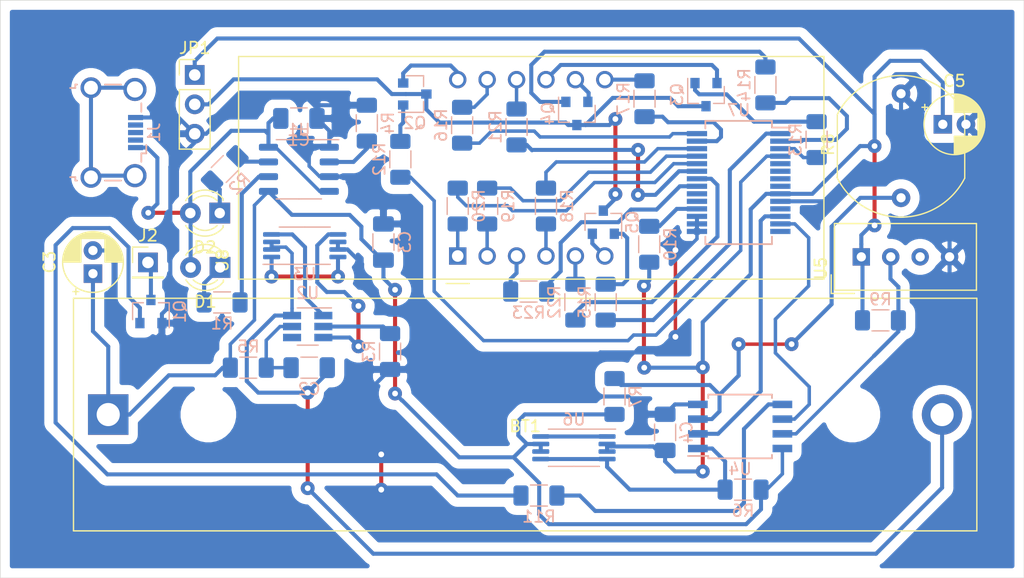
<source format=kicad_pcb>
(kicad_pcb (version 20171130) (host pcbnew 5.1.5+dfsg1-2build2)
  (layers (0 F.Cu signal) (31 B.Cu signal) (34 B.Paste user) (35 F.Paste user) (36 B.SilkS user) (37 F.SilkS user) (38 B.Mask user) (39 F.Mask user) (44 Edge.Cuts user))
  (net 0 "")
  (net 1 "Net-(BT1-Pad2)")
  (net 2 "Net-(BT1-Pad1)")
  (net 3 GNDREF)
  (net 4 "Net-(C1-Pad1)")
  (net 5 "Net-(C2-Pad1)")
  (net 6 "Net-(D1-Pad1)")
  (net 7 "Net-(D2-Pad1)")
  (net 8 "Net-(J1-Pad2)")
  (net 9 "Net-(J1-Pad3)")
  (net 10 "Net-(J1-Pad4)")
  (net 11 "Net-(J1-Pad6)")
  (net 12 "Net-(Q1-Pad2)")
  (net 13 /CA1)
  (net 14 /CA3)
  (net 15 /CA4)
  (net 16 "Net-(R1-Pad2)")
  (net 17 "Net-(R2-Pad2)")
  (net 18 "Net-(R3-Pad1)")
  (net 19 "Net-(R4-Pad1)")
  (net 20 "Net-(R6-Pad1)")
  (net 21 "Net-(R7-Pad2)")
  (net 22 "Net-(R11-Pad2)")
  (net 23 /GPB0)
  (net 24 /GPB1)
  (net 25 /GPB2)
  (net 26 /GPB3)
  (net 27 /GPA0)
  (net 28 "Net-(R16-Pad1)")
  (net 29 "Net-(R17-Pad1)")
  (net 30 /GPA1)
  (net 31 /GPA2)
  (net 32 "Net-(R18-Pad1)")
  (net 33 /GPA3)
  (net 34 "Net-(R19-Pad1)")
  (net 35 /GPA4)
  (net 36 "Net-(R20-Pad1)")
  (net 37 "Net-(R21-Pad1)")
  (net 38 /GPA5)
  (net 39 "Net-(R22-Pad1)")
  (net 40 /GPA6)
  (net 41 /GPA7)
  (net 42 "Net-(R23-Pad1)")
  (net 43 "Net-(U2-Pad1)")
  (net 44 "Net-(U2-Pad3)")
  (net 45 "Net-(U2-Pad4)")
  (net 46 "Net-(U3-Pad1)")
  (net 47 /SCK)
  (net 48 /SDA)
  (net 49 "Net-(U5-Pad3)")
  (net 50 "Net-(U6-Pad1)")
  (net 51 "Net-(U7-Pad5)")
  (net 52 "Net-(U7-Pad6)")
  (net 53 "Net-(U7-Pad7)")
  (net 54 "Net-(U7-Pad8)")
  (net 55 "Net-(U7-Pad11)")
  (net 56 "Net-(U7-Pad14)")
  (net 57 "Net-(U7-Pad19)")
  (net 58 "Net-(U7-Pad20)")
  (net 59 /B_CA1)
  (net 60 /B_CA2)
  (net 61 /B_CA3)
  (net 62 /B_CA4)
  (net 63 /TEMP_SENS)
  (net 64 /MCPRST)
  (net 65 /CA2)
  (net 66 /Power_Con)
  (net 67 /Emitters)
  (net 68 /Output_Fan)
  (module Resistor_SMD:R_1206_3216Metric_Pad1.30x1.75mm_HandSolder (layer B.Cu) (at 152.1714 69.5954 90)
    (fp_text reference R10 (at 0 1.82 90) (layer B.SilkS) (effects (justify mirror)))
    (fp_text value 10k)
    (pad 1 smd roundrect (at -1.55 0 90) (size 1.3 1.75) (layers B.Cu B.Paste B.Mask) (roundrect_rratio 0.192308) (net 66 /Power_Con))
    (pad 2 smd roundrect (at 1.55 0 90) (size 1.3 1.75) (layers B.Cu B.Paste B.Mask) (roundrect_rratio 0.192308) (net 64 /MCPRST))
  )
  (module Sensor:Aosong_DHT11_5.5x12.0_P2.54mm (layer F.Cu) (at 170.4848 70.6882 90)
    (fp_text reference U5 (at -1 -3.5 90) (layer F.SilkS))
    (fp_text value DHT11)
    (pad 1 thru_hole rect (at 0 0 90) (size 1.5 1.5) (drill 0.8) (layers *.Cu *.Mask) (net 66 /Power_Con))
    (pad 2 thru_hole circle (at 0 2.54 90) (size 1.5 1.5) (drill 0.8) (layers *.Cu *.Mask) (net 63 /TEMP_SENS))
    (pad 3 thru_hole circle (at 0 5.08 90) (size 1.5 1.5) (drill 0.8) (layers *.Cu *.Mask) (net 49 "Net-(U5-Pad3)"))
    (pad 4 thru_hole circle (at 0 7.62 90) (size 1.5 1.5) (drill 0.8) (layers *.Cu *.Mask) (net 3 GNDREF))
  )
  (module Pin_Headers:Pin_Header_Straight_1x03_Pitch2.54mm (layer F.Cu) (at 112.9284 54.9656)
    (fp_text reference JP1 (at 0 -2.33) (layer F.SilkS))
    (fp_text value Jumper_3_Bridged12)
    (pad 1 thru_hole rect (at 0 0) (size 1.7 1.7) (drill 1) (layers *.Cu *.Mask) (net 66 /Power_Con))
    (pad 2 thru_hole oval (at 0 2.54) (size 1.7 1.7) (drill 1) (layers *.Cu *.Mask) (net 67 /Emitters))
    (pad 3 thru_hole oval (at 0 5.08) (size 1.7 1.7) (drill 1) (layers *.Cu *.Mask) (net 3 GNDREF))
  )
  (module Display_7Segment:CA56-12EWA (layer F.Cu) (at 135.636 70.612 90)
    (fp_text reference U8 (at -0.4 -20.31 90) (layer F.SilkS))
    (fp_text value CA56-12EWA)
    (pad 1 thru_hole rect (at 0 0 90) (size 1.5 1.5) (drill 1) (layers *.Cu *.Mask) (net 36 "Net-(R20-Pad1)"))
    (pad 2 thru_hole circle (at 0 2.54 90) (size 1.5 1.5) (drill 1) (layers *.Cu *.Mask) (net 34 "Net-(R19-Pad1)"))
    (pad 3 thru_hole circle (at 0 5.08 90) (size 1.5 1.5) (drill 1) (layers *.Cu *.Mask) (net 42 "Net-(R23-Pad1)"))
    (pad 4 thru_hole circle (at 0 7.62 90) (size 1.5 1.5) (drill 1) (layers *.Cu *.Mask) (net 32 "Net-(R18-Pad1)"))
    (pad 5 thru_hole circle (at 0 10.16 90) (size 1.5 1.5) (drill 1) (layers *.Cu *.Mask) (net 39 "Net-(R22-Pad1)"))
    (pad 6 thru_hole circle (at 0 12.7 90) (size 1.5 1.5) (drill 1) (layers *.Cu *.Mask) (net 15 /CA4))
    (pad 7 thru_hole circle (at 15.24 12.7 90) (size 1.5 1.5) (drill 1) (layers *.Cu *.Mask) (net 29 "Net-(R17-Pad1)"))
    (pad 8 thru_hole circle (at 15.24 10.16 90) (size 1.5 1.5) (drill 1) (layers *.Cu *.Mask) (net 14 /CA3))
    (pad 9 thru_hole circle (at 15.24 7.62 90) (size 1.5 1.5) (drill 1) (layers *.Cu *.Mask) (net 65 /CA2))
    (pad 10 thru_hole circle (at 15.24 5.08 90) (size 1.5 1.5) (drill 1) (layers *.Cu *.Mask) (net 37 "Net-(R21-Pad1)"))
    (pad 11 thru_hole circle (at 15.24 2.54 90) (size 1.5 1.5) (drill 1) (layers *.Cu *.Mask) (net 28 "Net-(R16-Pad1)"))
    (pad 12 thru_hole circle (at 15.24 0 90) (size 1.5 1.5) (drill 1) (layers *.Cu *.Mask) (net 13 /CA1))
  )
  (module Battery:BatteryHolder_MPD_BH-18650-PC2 (layer F.Cu) (at 105.460001 84.316001)
    (fp_text reference BT1 (at 36 1) (layer F.SilkS))
    (fp_text value Battery_Cell)
    (pad 2 thru_hole circle (at 72 0) (size 3.5 3.5) (drill 2) (layers *.Cu *.Mask) (net 1 "Net-(BT1-Pad2)"))
    (pad 1 thru_hole rect (at 0 0) (size 3.5 3.5) (drill 2) (layers *.Cu *.Mask) (net 2 "Net-(BT1-Pad1)"))
    (pad "" np_thru_hole circle (at 8.645 0) (size 3.2 3.2) (drill 3.2) (layers *.Cu *.Mask))
    (pad "" np_thru_hole circle (at 64.255 0) (size 3.2 3.2) (drill 3.2) (layers *.Cu *.Mask))
  )
  (module Package_TO_SOT_SMD:SOT-23 (layer B.Cu) (at 157.0736 56.6674 270)
    (fp_text reference Q3 (at 0 2.5 90) (layer B.SilkS) (effects (justify mirror)))
    (fp_text value Q_PNP_BCE)
    (pad 3 smd rect (at 1 0 270) (size 0.9 0.8) (layers B.Cu B.Paste B.Mask) (net 67 /Emitters))
    (pad 2 smd rect (at -1 -0.95 270) (size 0.9 0.8) (layers B.Cu B.Paste B.Mask) (net 65 /CA2))
    (pad 1 smd rect (at -1 0.95 270) (size 0.9 0.8) (layers B.Cu B.Paste B.Mask) (net 60 /B_CA2))
  )
  (module Resistor_SMD:R_1206_3216Metric_Pad1.30x1.75mm_HandSolder (layer B.Cu) (at 151.765 57.023 270)
    (fp_text reference R17 (at 0 1.82 90) (layer B.SilkS) (effects (justify mirror)))
    (fp_text value 510)
    (pad 1 smd roundrect (at -1.55 0 270) (size 1.3 1.75) (layers B.Cu B.Paste B.Mask) (roundrect_rratio 0.192308) (net 29 "Net-(R17-Pad1)"))
    (pad 2 smd roundrect (at 1.55 0 270) (size 1.3 1.75) (layers B.Cu B.Paste B.Mask) (roundrect_rratio 0.192308) (net 40 /GPA6))
  )
  (module Resistor_SMD:R_1206_3216Metric_Pad1.30x1.75mm_HandSolder (layer B.Cu) (at 135.636 66.294 90)
    (fp_text reference R20 (at 0 1.82 90) (layer B.SilkS) (effects (justify mirror)))
    (fp_text value 510)
    (pad 2 smd roundrect (at 1.55 0 90) (size 1.3 1.75) (layers B.Cu B.Paste B.Mask) (roundrect_rratio 0.192308) (net 33 /GPA3))
    (pad 1 smd roundrect (at -1.55 0 90) (size 1.3 1.75) (layers B.Cu B.Paste B.Mask) (roundrect_rratio 0.192308) (net 36 "Net-(R20-Pad1)"))
  )
  (module Package_SO:TSSOP-8_4.4x3mm_P0.65mm (layer B.Cu) (at 145.669 87.1855 180)
    (fp_text reference U6 (at 0 2.45) (layer B.SilkS) (effects (justify mirror)))
    (fp_text value FS8205A)
    (pad 8 smd roundrect (at 2.8625 0.975 180) (size 1.475 0.4) (layers B.Cu B.Paste B.Mask) (net 50 "Net-(U6-Pad1)"))
    (pad 7 smd roundrect (at 2.8625 0.325 180) (size 1.475 0.4) (layers B.Cu B.Paste B.Mask) (net 2 "Net-(BT1-Pad1)"))
    (pad 6 smd roundrect (at 2.8625 -0.325 180) (size 1.475 0.4) (layers B.Cu B.Paste B.Mask) (net 2 "Net-(BT1-Pad1)"))
    (pad 5 smd roundrect (at 2.8625 -0.975 180) (size 1.475 0.4) (layers B.Cu B.Paste B.Mask) (net 20 "Net-(R6-Pad1)"))
    (pad 4 smd roundrect (at -2.8625 -0.975 180) (size 1.475 0.4) (layers B.Cu B.Paste B.Mask) (net 20 "Net-(R6-Pad1)"))
    (pad 3 smd roundrect (at -2.8625 -0.325 180) (size 1.475 0.4) (layers B.Cu B.Paste B.Mask) (net 66 /Power_Con))
    (pad 2 smd roundrect (at -2.8625 0.325 180) (size 1.475 0.4) (layers B.Cu B.Paste B.Mask) (net 66 /Power_Con))
    (pad 1 smd roundrect (at -2.8625 0.975 180) (size 1.475 0.4) (layers B.Cu B.Paste B.Mask) (net 50 "Net-(U6-Pad1)"))
  )
  (module Package_TO_SOT_SMD:SOT-23 (layer B.Cu) (at 145.923 58.293 270)
    (fp_text reference Q4 (at 0 2.5 90) (layer B.SilkS) (effects (justify mirror)))
    (fp_text value Q_PNP_BCE)
    (pad 1 smd rect (at -1 0.95 270) (size 0.9 0.8) (layers B.Cu B.Paste B.Mask) (net 61 /B_CA3))
    (pad 2 smd rect (at -1 -0.95 270) (size 0.9 0.8) (layers B.Cu B.Paste B.Mask) (net 14 /CA3))
    (pad 3 smd rect (at 1 0 270) (size 0.9 0.8) (layers B.Cu B.Paste B.Mask) (net 67 /Emitters))
  )
  (module Capacitor_SMD:C_1206_3216Metric_Pad1.33x1.80mm_HandSolder (layer B.Cu) (at 121.92 58.7248)
    (fp_text reference C1 (at 0 1.85) (layer B.SilkS) (effects (justify mirror)))
    (fp_text value 0,1mk)
    (pad 2 smd roundrect (at 1.5625 0) (size 1.325 1.8) (layers B.Cu B.Paste B.Mask) (roundrect_rratio 0.188679) (net 3 GNDREF))
    (pad 1 smd roundrect (at -1.5625 0) (size 1.325 1.8) (layers B.Cu B.Paste B.Mask) (roundrect_rratio 0.188679) (net 4 "Net-(C1-Pad1)"))
  )
  (module Capacitor_SMD:C_1206_3216Metric_Pad1.33x1.80mm_HandSolder (layer B.Cu) (at 122.809 80.264)
    (fp_text reference C2 (at 0 1.85) (layer B.SilkS) (effects (justify mirror)))
    (fp_text value 0,1mk)
    (pad 1 smd roundrect (at -1.5625 0) (size 1.325 1.8) (layers B.Cu B.Paste B.Mask) (roundrect_rratio 0.188679) (net 5 "Net-(C2-Pad1)"))
    (pad 2 smd roundrect (at 1.5625 0) (size 1.325 1.8) (layers B.Cu B.Paste B.Mask) (roundrect_rratio 0.188679) (net 1 "Net-(BT1-Pad2)"))
  )
  (module Capacitor_SMD:C_1206_3216Metric_Pad1.33x1.80mm_HandSolder (layer B.Cu) (at 129.2225 69.4055 90)
    (fp_text reference C3 (at 0 1.85 90) (layer B.SilkS) (effects (justify mirror)))
    (fp_text value C)
    (pad 1 smd roundrect (at -1.5625 0 90) (size 1.325 1.8) (layers B.Cu B.Paste B.Mask) (roundrect_rratio 0.188679) (net 2 "Net-(BT1-Pad1)"))
    (pad 2 smd roundrect (at 1.5625 0 90) (size 1.325 1.8) (layers B.Cu B.Paste B.Mask) (roundrect_rratio 0.188679) (net 3 GNDREF))
  )
  (module Capacitor_SMD:C_1206_3216Metric_Pad1.33x1.80mm_HandSolder (layer B.Cu) (at 153.543 85.852 90)
    (fp_text reference C4 (at 0 1.85 90) (layer B.SilkS) (effects (justify mirror)))
    (fp_text value 10mk)
    (pad 2 smd roundrect (at 1.5625 0 90) (size 1.325 1.8) (layers B.Cu B.Paste B.Mask) (roundrect_rratio 0.188679) (net 3 GNDREF))
    (pad 1 smd roundrect (at -1.5625 0 90) (size 1.325 1.8) (layers B.Cu B.Paste B.Mask) (roundrect_rratio 0.188679) (net 66 /Power_Con))
  )
  (module LED_THT:LED_D3.0mm_FlatTop (layer F.Cu) (at 115.1128 71.6026 180)
    (fp_text reference D1 (at 1.27 -2.96) (layer F.SilkS))
    (fp_text value LED)
    (pad 1 thru_hole rect (at 0 0 180) (size 1.8 1.8) (drill 0.9) (layers *.Cu *.Mask) (net 6 "Net-(D1-Pad1)"))
    (pad 2 thru_hole circle (at 2.54 0 180) (size 1.8 1.8) (drill 0.9) (layers *.Cu *.Mask) (net 4 "Net-(C1-Pad1)"))
  )
  (module LED_THT:LED_D3.0mm_FlatTop (layer F.Cu) (at 115.0874 66.9036 180)
    (fp_text reference D2 (at 1.27 -2.96) (layer F.SilkS))
    (fp_text value LED)
    (pad 2 thru_hole circle (at 2.54 0 180) (size 1.8 1.8) (drill 0.9) (layers *.Cu *.Mask) (net 4 "Net-(C1-Pad1)"))
    (pad 1 thru_hole rect (at 0 0 180) (size 1.8 1.8) (drill 0.9) (layers *.Cu *.Mask) (net 7 "Net-(D2-Pad1)"))
  )
  (module Connector_USB:USB_Micro-B_Wuerth_629105150521_CircularHoles (layer B.Cu) (at 105.918 59.944 90)
    (fp_text reference J1 (at 0 3.5 270) (layer B.SilkS) (effects (justify mirror)))
    (fp_text value USB_B_Micro)
    (pad 1 smd rect (at -1.3 1.9 90) (size 0.45 1.3) (layers B.Cu B.Paste B.Mask) (net 4 "Net-(C1-Pad1)"))
    (pad 2 smd rect (at -0.65 1.9 90) (size 0.45 1.3) (layers B.Cu B.Paste B.Mask) (net 8 "Net-(J1-Pad2)"))
    (pad 3 smd rect (at 0 1.9 90) (size 0.45 1.3) (layers B.Cu B.Paste B.Mask) (net 9 "Net-(J1-Pad3)"))
    (pad 4 smd rect (at 0.65 1.9 90) (size 0.45 1.3) (layers B.Cu B.Paste B.Mask) (net 10 "Net-(J1-Pad4)"))
    (pad 5 smd rect (at 1.3 1.9 90) (size 0.45 1.3) (layers B.Cu B.Paste B.Mask) (net 3 GNDREF))
    (pad 6 thru_hole circle (at -3.725 1.85 90) (size 2 2) (drill 1.4) (layers *.Cu *.Mask) (net 11 "Net-(J1-Pad6)"))
    (pad 6 thru_hole circle (at 3.725 1.85 90) (size 2 2) (drill 1.4) (layers *.Cu *.Mask) (net 11 "Net-(J1-Pad6)"))
    (pad 6 thru_hole circle (at -3.875 -1.95 90) (size 1.8 1.8) (drill 1.2) (layers *.Cu *.Mask) (net 11 "Net-(J1-Pad6)"))
    (pad 6 thru_hole circle (at 3.875 -1.95 90) (size 1.8 1.8) (drill 1.2) (layers *.Cu *.Mask) (net 11 "Net-(J1-Pad6)"))
    (pad "" np_thru_hole circle (at -2.5 0.8 90) (size 0.8 0.8) (drill 0.8) (layers *.Cu *.Mask))
    (pad "" np_thru_hole circle (at 2.5 0.8 90) (size 0.8 0.8) (drill 0.8) (layers *.Cu *.Mask))
  )
  (module Connector_PinHeader_2.54mm:PinHeader_1x01_P2.54mm_Vertical (layer F.Cu) (at 108.8898 71.1708)
    (fp_text reference J2 (at 0 -2.33) (layer F.SilkS))
    (fp_text value Conn_01x01_Male)
    (pad 1 thru_hole rect (at 0 0) (size 1.7 1.7) (drill 1) (layers *.Cu *.Mask) (net 68 /Output_Fan))
  )
  (module Package_TO_SOT_SMD:SOT-23 (layer B.Cu) (at 109.1438 75.4126 90)
    (fp_text reference Q1 (at 0 2.5 90) (layer B.SilkS) (effects (justify mirror)))
    (fp_text value Q_NPN_EBC)
    (pad 1 smd rect (at -1 0.95 90) (size 0.9 0.8) (layers B.Cu B.Paste B.Mask) (net 3 GNDREF))
    (pad 2 smd rect (at -1 -0.95 90) (size 0.9 0.8) (layers B.Cu B.Paste B.Mask) (net 12 "Net-(Q1-Pad2)"))
    (pad 3 smd rect (at 1 0 90) (size 0.9 0.8) (layers B.Cu B.Paste B.Mask) (net 68 /Output_Fan))
  )
  (module Package_TO_SOT_SMD:SOT-23 (layer B.Cu) (at 131.9276 56.6166)
    (fp_text reference Q2 (at 0 2.5) (layer B.SilkS) (effects (justify mirror)))
    (fp_text value Q_PNP_BCE)
    (pad 3 smd rect (at 1 0) (size 0.9 0.8) (layers B.Cu B.Paste B.Mask) (net 67 /Emitters))
    (pad 2 smd rect (at -1 -0.95) (size 0.9 0.8) (layers B.Cu B.Paste B.Mask) (net 13 /CA1))
    (pad 1 smd rect (at -1 0.95) (size 0.9 0.8) (layers B.Cu B.Paste B.Mask) (net 59 /B_CA1))
  )
  (module Package_TO_SOT_SMD:SOT-23 (layer B.Cu) (at 148.209 67.691 90)
    (fp_text reference Q5 (at 0 2.5 90) (layer B.SilkS) (effects (justify mirror)))
    (fp_text value Q_PNP_BCE)
    (pad 1 smd rect (at -1 0.95 90) (size 0.9 0.8) (layers B.Cu B.Paste B.Mask) (net 62 /B_CA4))
    (pad 2 smd rect (at -1 -0.95 90) (size 0.9 0.8) (layers B.Cu B.Paste B.Mask) (net 15 /CA4))
    (pad 3 smd rect (at 1 0 90) (size 0.9 0.8) (layers B.Cu B.Paste B.Mask) (net 67 /Emitters))
  )
  (module Resistor_SMD:R_1206_3216Metric_Pad1.30x1.75mm_HandSolder (layer B.Cu) (at 115.2906 74.6252)
    (fp_text reference R1 (at 0 1.82) (layer B.SilkS) (effects (justify mirror)))
    (fp_text value 1k)
    (pad 1 smd roundrect (at -1.55 0) (size 1.3 1.75) (layers B.Cu B.Paste B.Mask) (roundrect_rratio 0.192308) (net 6 "Net-(D1-Pad1)"))
    (pad 2 smd roundrect (at 1.55 0) (size 1.3 1.75) (layers B.Cu B.Paste B.Mask) (roundrect_rratio 0.192308) (net 16 "Net-(R1-Pad2)"))
  )
  (module Resistor_SMD:R_1206_3216Metric_Pad1.30x1.75mm_HandSolder (layer B.Cu) (at 115.5192 63.0936 45)
    (fp_text reference R2 (at 0 1.82 45) (layer B.SilkS) (effects (justify mirror)))
    (fp_text value 1k)
    (pad 2 smd roundrect (at 1.55 0 45) (size 1.3 1.75) (layers B.Cu B.Paste B.Mask) (roundrect_rratio 0.192308) (net 17 "Net-(R2-Pad2)"))
    (pad 1 smd roundrect (at -1.55 0 45) (size 1.3 1.75) (layers B.Cu B.Paste B.Mask) (roundrect_rratio 0.192308) (net 7 "Net-(D2-Pad1)"))
  )
  (module Resistor_SMD:R_1206_3216Metric_Pad1.30x1.75mm_HandSolder (layer B.Cu) (at 129.794 78.867 270)
    (fp_text reference R3 (at 0 1.82 90) (layer B.SilkS) (effects (justify mirror)))
    (fp_text value 1k)
    (pad 2 smd roundrect (at 1.55 0 270) (size 1.3 1.75) (layers B.Cu B.Paste B.Mask) (roundrect_rratio 0.192308) (net 3 GNDREF))
    (pad 1 smd roundrect (at -1.55 0 270) (size 1.3 1.75) (layers B.Cu B.Paste B.Mask) (roundrect_rratio 0.192308) (net 18 "Net-(R3-Pad1)"))
  )
  (module Resistor_SMD:R_1206_3216Metric_Pad1.30x1.75mm_HandSolder (layer B.Cu) (at 127.7874 59.1312 90)
    (fp_text reference R4 (at 0 1.82 90) (layer B.SilkS) (effects (justify mirror)))
    (fp_text value 1,2k)
    (pad 1 smd roundrect (at -1.55 0 90) (size 1.3 1.75) (layers B.Cu B.Paste B.Mask) (roundrect_rratio 0.192308) (net 19 "Net-(R4-Pad1)"))
    (pad 2 smd roundrect (at 1.55 0 90) (size 1.3 1.75) (layers B.Cu B.Paste B.Mask) (roundrect_rratio 0.192308) (net 3 GNDREF))
  )
  (module Resistor_SMD:R_1206_3216Metric_Pad1.30x1.75mm_HandSolder (layer B.Cu) (at 117.5512 80.264 180)
    (fp_text reference R5 (at 0 1.82) (layer B.SilkS) (effects (justify mirror)))
    (fp_text value 100)
    (pad 2 smd roundrect (at 1.55 0 180) (size 1.3 1.75) (layers B.Cu B.Paste B.Mask) (roundrect_rratio 0.192308) (net 2 "Net-(BT1-Pad1)"))
    (pad 1 smd roundrect (at -1.55 0 180) (size 1.3 1.75) (layers B.Cu B.Paste B.Mask) (roundrect_rratio 0.192308) (net 5 "Net-(C2-Pad1)"))
  )
  (module Resistor_SMD:R_1206_3216Metric_Pad1.30x1.75mm_HandSolder (layer B.Cu) (at 160.274 90.805)
    (fp_text reference R6 (at 0 1.82) (layer B.SilkS) (effects (justify mirror)))
    (fp_text value 4,7k)
    (pad 1 smd roundrect (at -1.55 0) (size 1.3 1.75) (layers B.Cu B.Paste B.Mask) (roundrect_rratio 0.192308) (net 20 "Net-(R6-Pad1)"))
    (pad 2 smd roundrect (at 1.55 0) (size 1.3 1.75) (layers B.Cu B.Paste B.Mask) (roundrect_rratio 0.192308) (net 2 "Net-(BT1-Pad1)"))
  )
  (module Resistor_SMD:R_1206_3216Metric_Pad1.30x1.75mm_HandSolder (layer B.Cu) (at 149.1742 82.7526 90)
    (fp_text reference R7 (at 0 1.82 90) (layer B.SilkS) (effects (justify mirror)))
    (fp_text value 10k)
    (pad 1 smd roundrect (at -1.55 0 90) (size 1.3 1.75) (layers B.Cu B.Paste B.Mask) (roundrect_rratio 0.192308) (net 2 "Net-(BT1-Pad1)"))
    (pad 2 smd roundrect (at 1.55 0 90) (size 1.3 1.75) (layers B.Cu B.Paste B.Mask) (roundrect_rratio 0.192308) (net 21 "Net-(R7-Pad2)"))
  )
  (module OptoDevice:R_LDR_12x10.8mm_P9.0mm_Vertical (layer F.Cu) (at 173.9138 65.5828 90)
    (fp_text reference R8 (at 4.6 -6.3 90) (layer F.SilkS))
    (fp_text value R_PHOTO)
    (pad 1 thru_hole circle (at 0 0 90) (size 1.6 1.6) (drill 0.8) (layers *.Cu *.Mask) (net 21 "Net-(R7-Pad2)"))
    (pad 2 thru_hole circle (at 9 0 90) (size 1.6 1.6) (drill 0.8) (layers *.Cu *.Mask) (net 3 GNDREF))
  )
  (module Resistor_SMD:R_1206_3216Metric_Pad1.30x1.75mm_HandSolder (layer B.Cu) (at 172.1364 76.1746 180)
    (fp_text reference R9 (at 0 1.82) (layer B.SilkS) (effects (justify mirror)))
    (fp_text value 4,7k)
    (pad 2 smd roundrect (at 1.55 0 180) (size 1.3 1.75) (layers B.Cu B.Paste B.Mask) (roundrect_rratio 0.192308) (net 66 /Power_Con))
    (pad 1 smd roundrect (at -1.55 0 180) (size 1.3 1.75) (layers B.Cu B.Paste B.Mask) (roundrect_rratio 0.192308) (net 63 /TEMP_SENS))
  )
  (module Resistor_SMD:R_1206_3216Metric_Pad1.30x1.75mm_HandSolder (layer B.Cu) (at 142.647001 91.313)
    (fp_text reference R11 (at 0 1.82) (layer B.SilkS) (effects (justify mirror)))
    (fp_text value 4,7k)
    (pad 2 smd roundrect (at 1.55 0) (size 1.3 1.75) (layers B.Cu B.Paste B.Mask) (roundrect_rratio 0.192308) (net 22 "Net-(R11-Pad2)"))
    (pad 1 smd roundrect (at -1.55 0) (size 1.3 1.75) (layers B.Cu B.Paste B.Mask) (roundrect_rratio 0.192308) (net 12 "Net-(Q1-Pad2)"))
  )
  (module Resistor_SMD:R_1206_3216Metric_Pad1.30x1.75mm_HandSolder (layer B.Cu) (at 130.683 62.256001 270)
    (fp_text reference R12 (at 0 1.82 90) (layer B.SilkS) (effects (justify mirror)))
    (fp_text value 10k)
    (pad 1 smd roundrect (at -1.55 0 270) (size 1.3 1.75) (layers B.Cu B.Paste B.Mask) (roundrect_rratio 0.192308) (net 59 /B_CA1))
    (pad 2 smd roundrect (at 1.55 0 270) (size 1.3 1.75) (layers B.Cu B.Paste B.Mask) (roundrect_rratio 0.192308) (net 26 /GPB3))
  )
  (module Resistor_SMD:R_1206_3216Metric_Pad1.30x1.75mm_HandSolder (layer B.Cu) (at 166.624 60.553 270)
    (fp_text reference R13 (at 0 1.82 90) (layer B.SilkS) (effects (justify mirror)))
    (fp_text value 10k)
    (pad 1 smd roundrect (at -1.55 0 270) (size 1.3 1.75) (layers B.Cu B.Paste B.Mask) (roundrect_rratio 0.192308) (net 60 /B_CA2))
    (pad 2 smd roundrect (at 1.55 0 270) (size 1.3 1.75) (layers B.Cu B.Paste B.Mask) (roundrect_rratio 0.192308) (net 25 /GPB2))
  )
  (module Resistor_SMD:R_1206_3216Metric_Pad1.30x1.75mm_HandSolder (layer B.Cu) (at 162.2044 55.8292 270)
    (fp_text reference R14 (at 0 1.82 90) (layer B.SilkS) (effects (justify mirror)))
    (fp_text value 10k)
    (pad 2 smd roundrect (at 1.55 0 270) (size 1.3 1.75) (layers B.Cu B.Paste B.Mask) (roundrect_rratio 0.192308) (net 24 /GPB1))
    (pad 1 smd roundrect (at -1.55 0 270) (size 1.3 1.75) (layers B.Cu B.Paste B.Mask) (roundrect_rratio 0.192308) (net 61 /B_CA3))
  )
  (module Resistor_SMD:R_1206_3216Metric_Pad1.30x1.75mm_HandSolder (layer B.Cu) (at 148.4122 74.5998 270)
    (fp_text reference R15 (at 0 1.82 90) (layer B.SilkS) (effects (justify mirror)))
    (fp_text value 10k)
    (pad 1 smd roundrect (at -1.55 0 270) (size 1.3 1.75) (layers B.Cu B.Paste B.Mask) (roundrect_rratio 0.192308) (net 62 /B_CA4))
    (pad 2 smd roundrect (at 1.55 0 270) (size 1.3 1.75) (layers B.Cu B.Paste B.Mask) (roundrect_rratio 0.192308) (net 23 /GPB0))
  )
  (module Resistor_SMD:R_1206_3216Metric_Pad1.30x1.75mm_HandSolder (layer B.Cu) (at 136.017 59.309 270)
    (fp_text reference R16 (at 0 1.82 90) (layer B.SilkS) (effects (justify mirror)))
    (fp_text value 510)
    (pad 2 smd roundrect (at 1.55 0 270) (size 1.3 1.75) (layers B.Cu B.Paste B.Mask) (roundrect_rratio 0.192308) (net 41 /GPA7))
    (pad 1 smd roundrect (at -1.55 0 270) (size 1.3 1.75) (layers B.Cu B.Paste B.Mask) (roundrect_rratio 0.192308) (net 28 "Net-(R16-Pad1)"))
  )
  (module Resistor_SMD:R_1206_3216Metric_Pad1.30x1.75mm_HandSolder (layer B.Cu) (at 143.256 66.294 90)
    (fp_text reference R18 (at 0 1.82 90) (layer B.SilkS) (effects (justify mirror)))
    (fp_text value 510)
    (pad 2 smd roundrect (at 1.55 0 90) (size 1.3 1.75) (layers B.Cu B.Paste B.Mask) (roundrect_rratio 0.192308) (net 38 /GPA5))
    (pad 1 smd roundrect (at -1.55 0 90) (size 1.3 1.75) (layers B.Cu B.Paste B.Mask) (roundrect_rratio 0.192308) (net 32 "Net-(R18-Pad1)"))
  )
  (module Resistor_SMD:R_1206_3216Metric_Pad1.30x1.75mm_HandSolder (layer B.Cu) (at 138.176 66.294 90)
    (fp_text reference R19 (at 0 1.82 90) (layer B.SilkS) (effects (justify mirror)))
    (fp_text value 510)
    (pad 2 smd roundrect (at 1.55 0 90) (size 1.3 1.75) (layers B.Cu B.Paste B.Mask) (roundrect_rratio 0.192308) (net 35 /GPA4))
    (pad 1 smd roundrect (at -1.55 0 90) (size 1.3 1.75) (layers B.Cu B.Paste B.Mask) (roundrect_rratio 0.192308) (net 34 "Net-(R19-Pad1)"))
  )
  (module Resistor_SMD:R_1206_3216Metric_Pad1.30x1.75mm_HandSolder (layer B.Cu) (at 140.716 59.462 270)
    (fp_text reference R21 (at 0 1.82 90) (layer B.SilkS) (effects (justify mirror)))
    (fp_text value 510)
    (pad 1 smd roundrect (at -1.55 0 270) (size 1.3 1.75) (layers B.Cu B.Paste B.Mask) (roundrect_rratio 0.192308) (net 37 "Net-(R21-Pad1)"))
    (pad 2 smd roundrect (at 1.55 0 270) (size 1.3 1.75) (layers B.Cu B.Paste B.Mask) (roundrect_rratio 0.192308) (net 31 /GPA2))
  )
  (module Resistor_SMD:R_1206_3216Metric_Pad1.30x1.75mm_HandSolder (layer B.Cu) (at 145.796 74.5998 270)
    (fp_text reference R22 (at 0 1.82 270) (layer B.SilkS) (effects (justify mirror)))
    (fp_text value 510)
    (pad 1 smd roundrect (at -1.55 0 270) (size 1.3 1.75) (layers B.Cu B.Paste B.Mask) (roundrect_rratio 0.192308) (net 39 "Net-(R22-Pad1)"))
    (pad 2 smd roundrect (at 1.55 0 270) (size 1.3 1.75) (layers B.Cu B.Paste B.Mask) (roundrect_rratio 0.192308) (net 30 /GPA1))
  )
  (module Resistor_SMD:R_1206_3216Metric_Pad1.30x1.75mm_HandSolder (layer B.Cu) (at 141.7574 73.6854)
    (fp_text reference R23 (at 0 1.82) (layer B.SilkS) (effects (justify mirror)))
    (fp_text value 510)
    (pad 2 smd roundrect (at 1.55 0) (size 1.3 1.75) (layers B.Cu B.Paste B.Mask) (roundrect_rratio 0.192308) (net 27 /GPA0))
    (pad 1 smd roundrect (at -1.55 0) (size 1.3 1.75) (layers B.Cu B.Paste B.Mask) (roundrect_rratio 0.192308) (net 42 "Net-(R23-Pad1)"))
  )
  (module Package_SO:SOP-8_3.9x4.9mm_P1.27mm (layer B.Cu) (at 121.92 63.119 180)
    (fp_text reference U1 (at 0 3.4) (layer B.SilkS) (effects (justify mirror)))
    (fp_text value TP4056)
    (pad 1 smd roundrect (at -2.625 1.905 180) (size 1.65 0.6) (layers B.Cu B.Paste B.Mask) (net 3 GNDREF))
    (pad 2 smd roundrect (at -2.625 0.635 180) (size 1.65 0.6) (layers B.Cu B.Paste B.Mask) (net 19 "Net-(R4-Pad1)"))
    (pad 3 smd roundrect (at -2.625 -0.635 180) (size 1.65 0.6) (layers B.Cu B.Paste B.Mask) (net 3 GNDREF))
    (pad 4 smd roundrect (at -2.625 -1.905 180) (size 1.65 0.6) (layers B.Cu B.Paste B.Mask) (net 4 "Net-(C1-Pad1)"))
    (pad 5 smd roundrect (at 2.625 -1.905 180) (size 1.65 0.6) (layers B.Cu B.Paste B.Mask) (net 2 "Net-(BT1-Pad1)"))
    (pad 6 smd roundrect (at 2.625 -0.635 180) (size 1.65 0.6) (layers B.Cu B.Paste B.Mask) (net 16 "Net-(R1-Pad2)"))
    (pad 7 smd roundrect (at 2.625 0.635 180) (size 1.65 0.6) (layers B.Cu B.Paste B.Mask) (net 17 "Net-(R2-Pad2)"))
    (pad 8 smd roundrect (at 2.625 1.905 180) (size 1.65 0.6) (layers B.Cu B.Paste B.Mask) (net 4 "Net-(C1-Pad1)"))
  )
  (module Package_TO_SOT_SMD:SOT-23-6_Handsoldering (layer B.Cu) (at 122.682 76.708 180)
    (fp_text reference U2 (at 0 2.9) (layer B.SilkS) (effects (justify mirror)))
    (fp_text value DW01)
    (pad 1 smd rect (at -1.35 0.95 180) (size 1.56 0.65) (layers B.Cu B.Paste B.Mask) (net 43 "Net-(U2-Pad1)"))
    (pad 2 smd rect (at -1.35 0 180) (size 1.56 0.65) (layers B.Cu B.Paste B.Mask) (net 18 "Net-(R3-Pad1)"))
    (pad 3 smd rect (at -1.35 -0.95 180) (size 1.56 0.65) (layers B.Cu B.Paste B.Mask) (net 44 "Net-(U2-Pad3)"))
    (pad 4 smd rect (at 1.35 -0.95 180) (size 1.56 0.65) (layers B.Cu B.Paste B.Mask) (net 45 "Net-(U2-Pad4)"))
    (pad 6 smd rect (at 1.35 0.95 180) (size 1.56 0.65) (layers B.Cu B.Paste B.Mask) (net 1 "Net-(BT1-Pad2)"))
    (pad 5 smd rect (at 1.35 0 180) (size 1.56 0.65) (layers B.Cu B.Paste B.Mask) (net 5 "Net-(C2-Pad1)"))
  )
  (module Package_SO:TSSOP-8_4.4x3mm_P0.65mm (layer B.Cu) (at 122.428 69.723)
    (fp_text reference U3 (at 0 2.45) (layer B.SilkS) (effects (justify mirror)))
    (fp_text value FS8205A)
    (pad 1 smd roundrect (at -2.8625 0.975) (size 1.475 0.4) (layers B.Cu B.Paste B.Mask) (net 46 "Net-(U3-Pad1)"))
    (pad 2 smd roundrect (at -2.8625 0.325) (size 1.475 0.4) (layers B.Cu B.Paste B.Mask) (net 1 "Net-(BT1-Pad2)"))
    (pad 3 smd roundrect (at -2.8625 -0.325) (size 1.475 0.4) (layers B.Cu B.Paste B.Mask) (net 1 "Net-(BT1-Pad2)"))
    (pad 4 smd roundrect (at -2.8625 -0.975) (size 1.475 0.4) (layers B.Cu B.Paste B.Mask) (net 43 "Net-(U2-Pad1)"))
    (pad 5 smd roundrect (at 2.8625 -0.975) (size 1.475 0.4) (layers B.Cu B.Paste B.Mask) (net 44 "Net-(U2-Pad3)"))
    (pad 6 smd roundrect (at 2.8625 -0.325) (size 1.475 0.4) (layers B.Cu B.Paste B.Mask) (net 3 GNDREF))
    (pad 7 smd roundrect (at 2.8625 0.325) (size 1.475 0.4) (layers B.Cu B.Paste B.Mask) (net 3 GNDREF))
    (pad 8 smd roundrect (at 2.8625 0.975) (size 1.475 0.4) (layers B.Cu B.Paste B.Mask) (net 46 "Net-(U3-Pad1)"))
  )
  (module Package_SO:SOIJ-8_5.3x5.3mm_P1.27mm (layer B.Cu) (at 160.02 85.344)
    (fp_text reference U4 (at 0 3.68) (layer B.SilkS) (effects (justify mirror)))
    (fp_text value ATtiny85-20SU)
    (pad 1 smd rect (at -3.65 1.905) (size 1.7 0.65) (layers B.Cu B.Paste B.Mask) (net 20 "Net-(R6-Pad1)"))
    (pad 2 smd rect (at -3.65 0.635) (size 1.7 0.65) (layers B.Cu B.Paste B.Mask) (net 47 /SCK))
    (pad 3 smd rect (at -3.65 -0.635) (size 1.7 0.65) (layers B.Cu B.Paste B.Mask) (net 21 "Net-(R7-Pad2)"))
    (pad 4 smd rect (at -3.65 -1.905) (size 1.7 0.65) (layers B.Cu B.Paste B.Mask) (net 3 GNDREF))
    (pad 5 smd rect (at 3.65 -1.905) (size 1.7 0.65) (layers B.Cu B.Paste B.Mask) (net 22 "Net-(R11-Pad2)"))
    (pad 6 smd rect (at 3.65 -0.635) (size 1.7 0.65) (layers B.Cu B.Paste B.Mask) (net 48 /SDA))
    (pad 7 smd rect (at 3.65 0.635) (size 1.7 0.65) (layers B.Cu B.Paste B.Mask) (net 63 /TEMP_SENS))
    (pad 8 smd rect (at 3.65 1.905) (size 1.7 0.65) (layers B.Cu B.Paste B.Mask) (net 2 "Net-(BT1-Pad1)"))
  )
  (module Package_SO:SSOP-28_5.3x10.2mm_P0.65mm (layer B.Cu) (at 159.893 64.262 180)
    (fp_text reference U7 (at 0 6.25) (layer B.SilkS) (effects (justify mirror)))
    (fp_text value MCP23017_SS)
    (pad 1 smd rect (at -3.6 4.225 180) (size 1.75 0.45) (layers B.Cu B.Paste B.Mask) (net 23 /GPB0))
    (pad 2 smd rect (at -3.6 3.575 180) (size 1.75 0.45) (layers B.Cu B.Paste B.Mask) (net 24 /GPB1))
    (pad 3 smd rect (at -3.6 2.925 180) (size 1.75 0.45) (layers B.Cu B.Paste B.Mask) (net 25 /GPB2))
    (pad 4 smd rect (at -3.6 2.275 180) (size 1.75 0.45) (layers B.Cu B.Paste B.Mask) (net 26 /GPB3))
    (pad 5 smd rect (at -3.6 1.625 180) (size 1.75 0.45) (layers B.Cu B.Paste B.Mask) (net 51 "Net-(U7-Pad5)"))
    (pad 6 smd rect (at -3.6 0.975 180) (size 1.75 0.45) (layers B.Cu B.Paste B.Mask) (net 52 "Net-(U7-Pad6)"))
    (pad 7 smd rect (at -3.6 0.325 180) (size 1.75 0.45) (layers B.Cu B.Paste B.Mask) (net 53 "Net-(U7-Pad7)"))
    (pad 8 smd rect (at -3.6 -0.325 180) (size 1.75 0.45) (layers B.Cu B.Paste B.Mask) (net 54 "Net-(U7-Pad8)"))
    (pad 9 smd rect (at -3.6 -0.975 180) (size 1.75 0.45) (layers B.Cu B.Paste B.Mask) (net 66 /Power_Con))
    (pad 10 smd rect (at -3.6 -1.625 180) (size 1.75 0.45) (layers B.Cu B.Paste B.Mask) (net 3 GNDREF))
    (pad 11 smd rect (at -3.6 -2.275 180) (size 1.75 0.45) (layers B.Cu B.Paste B.Mask) (net 55 "Net-(U7-Pad11)"))
    (pad 12 smd rect (at -3.6 -2.925 180) (size 1.75 0.45) (layers B.Cu B.Paste B.Mask) (net 47 /SCK))
    (pad 13 smd rect (at -3.6 -3.575 180) (size 1.75 0.45) (layers B.Cu B.Paste B.Mask) (net 48 /SDA))
    (pad 14 smd rect (at -3.6 -4.225 180) (size 1.75 0.45) (layers B.Cu B.Paste B.Mask) (net 56 "Net-(U7-Pad14)"))
    (pad 15 smd rect (at 3.6 -4.225 180) (size 1.75 0.45) (layers B.Cu B.Paste B.Mask) (net 3 GNDREF))
    (pad 16 smd rect (at 3.6 -3.575 180) (size 1.75 0.45) (layers B.Cu B.Paste B.Mask) (net 3 GNDREF))
    (pad 17 smd rect (at 3.6 -2.925 180) (size 1.75 0.45) (layers B.Cu B.Paste B.Mask) (net 3 GNDREF))
    (pad 18 smd rect (at 3.6 -2.275 180) (size 1.75 0.45) (layers B.Cu B.Paste B.Mask) (net 64 /MCPRST))
    (pad 19 smd rect (at 3.6 -1.625 180) (size 1.75 0.45) (layers B.Cu B.Paste B.Mask) (net 57 "Net-(U7-Pad19)"))
    (pad 20 smd rect (at 3.6 -0.975 180) (size 1.75 0.45) (layers B.Cu B.Paste B.Mask) (net 58 "Net-(U7-Pad20)"))
    (pad 21 smd rect (at 3.6 -0.325 180) (size 1.75 0.45) (layers B.Cu B.Paste B.Mask) (net 27 /GPA0))
    (pad 22 smd rect (at 3.6 0.325 180) (size 1.75 0.45) (layers B.Cu B.Paste B.Mask) (net 30 /GPA1))
    (pad 23 smd rect (at 3.6 0.975 180) (size 1.75 0.45) (layers B.Cu B.Paste B.Mask) (net 31 /GPA2))
    (pad 24 smd rect (at 3.6 1.625 180) (size 1.75 0.45) (layers B.Cu B.Paste B.Mask) (net 33 /GPA3))
    (pad 25 smd rect (at 3.6 2.275 180) (size 1.75 0.45) (layers B.Cu B.Paste B.Mask) (net 35 /GPA4))
    (pad 26 smd rect (at 3.6 2.925 180) (size 1.75 0.45) (layers B.Cu B.Paste B.Mask) (net 38 /GPA5))
    (pad 27 smd rect (at 3.6 3.575 180) (size 1.75 0.45) (layers B.Cu B.Paste B.Mask) (net 40 /GPA6))
    (pad 28 smd rect (at 3.6 4.225 180) (size 1.75 0.45) (layers B.Cu B.Paste B.Mask) (net 41 /GPA7))
  )
  (module Capacitor_THT:CP_Radial_D5.0mm_P2.00mm (layer F.Cu) (at 104.14 72.136 90)
    (fp_text reference C3 (at 1 -3.75 90) (layer F.SilkS))
    (fp_text value 22mk)
    (pad 2 thru_hole circle (at 2 0 90) (size 1.6 1.6) (drill 0.8) (layers *.Cu *.Mask) (net 3 GNDREF))
    (pad 1 thru_hole rect (at 0 0 90) (size 1.6 1.6) (drill 0.8) (layers *.Cu *.Mask) (net 2 "Net-(BT1-Pad1)"))
  )
  (module Capacitor_THT:CP_Radial_D5.0mm_P2.00mm (layer F.Cu) (at 177.5206 59.2328)
    (fp_text reference C5 (at 1 -3.75) (layer F.SilkS))
    (fp_text value 22mk)
    (pad 1 thru_hole rect (at 0 0) (size 1.6 1.6) (drill 0.8) (layers *.Cu *.Mask) (net 66 /Power_Con))
    (pad 2 thru_hole circle (at 2 0) (size 1.6 1.6) (drill 0.8) (layers *.Cu *.Mask) (net 3 GNDREF))
  )
  (gr_line (start 97.028 48.514) (end 96.139 48.514) (layer Edge.Cuts) (width 0.05))
  (gr_line (start 96.139 98.425) (end 96.139 48.514) (layer Edge.Cuts) (width 0.05))
  (gr_line (start 184.531 98.425) (end 96.139 98.425) (layer Edge.Cuts) (width 0.05))
  (gr_line (start 184.531 48.514) (end 184.531 98.425) (layer Edge.Cuts) (width 0.05))
  (gr_line (start 97.028 48.514) (end 184.531 48.514) (layer Edge.Cuts) (width 0.05))
  (segment (start 119.5655 70.048) (end 119.5655 69.398) (width 0.35) (layer B.Cu) (net 1))
  (segment (start 124.7525 80.645) (end 124.3715 80.264) (width 0.35) (layer B.Cu) (net 1))
  (via (at 122.682 82.423) (size 1.2) (drill 0.5) (layers F.Cu B.Cu) (net 1))
  (segment (start 124.3715 80.7335) (end 122.682 82.423) (width 0.35) (layer B.Cu) (net 1))
  (segment (start 124.3715 80.264) (end 124.3715 80.7335) (width 0.35) (layer B.Cu) (net 1))
  (via (at 122.682 90.678) (size 1.2) (drill 0.5) (layers F.Cu B.Cu) (net 1))
  (segment (start 122.682 82.423) (end 122.682 90.678) (width 0.35) (layer F.Cu) (net 1))
  (segment (start 121.332 75.133) (end 121.332 75.758) (width 0.3) (layer B.Cu) (net 1))
  (segment (start 121.332 70.3796) (end 121.332 75.133) (width 0.3) (layer B.Cu) (net 1))
  (segment (start 120.8004 69.848) (end 121.332 70.3796) (width 0.3) (layer B.Cu) (net 1))
  (segment (start 119.7655 69.848) (end 120.8004 69.848) (width 0.3) (layer B.Cu) (net 1))
  (segment (start 119.5655 70.048) (end 119.7655 69.848) (width 0.3) (layer B.Cu) (net 1))
  (segment (start 177.460001 90.636999) (end 177.460001 84.316001) (width 0.35) (layer B.Cu) (net 1))
  (segment (start 171.7548 96.3422) (end 177.460001 90.636999) (width 0.35) (layer B.Cu) (net 1))
  (segment (start 128.3462 96.3422) (end 171.7548 96.3422) (width 0.35) (layer B.Cu) (net 1))
  (segment (start 122.682 90.678) (end 128.3462 96.3422) (width 0.35) (layer B.Cu) (net 1))
  (segment (start 118.4148 82.423) (end 122.682 82.423) (width 0.35) (layer B.Cu) (net 1))
  (segment (start 117.4242 81.4324) (end 118.4148 82.423) (width 0.35) (layer B.Cu) (net 1))
  (segment (start 117.4242 78.1812) (end 117.4242 81.4324) (width 0.35) (layer B.Cu) (net 1))
  (segment (start 119.8474 75.758) (end 117.4242 78.1812) (width 0.35) (layer B.Cu) (net 1))
  (segment (start 121.332 75.758) (end 119.8474 75.758) (width 0.35) (layer B.Cu) (net 1))
  (segment (start 161.824 90.805) (end 162.306 90.805) (width 0.3) (layer B.Cu) (net 2))
  (segment (start 163.67 89.441) (end 163.67 87.249) (width 0.3) (layer B.Cu) (net 2))
  (segment (start 162.306 90.805) (end 163.67 89.441) (width 0.3) (layer B.Cu) (net 2))
  (segment (start 129.134 70.968) (end 129.2225 70.968) (width 0.35) (layer B.Cu) (net 2))
  (segment (start 127.3175 69.1515) (end 129.134 70.968) (width 0.35) (layer B.Cu) (net 2))
  (segment (start 127.3175 68.072) (end 127.3175 69.1515) (width 0.35) (layer B.Cu) (net 2))
  (segment (start 126.3015 67.056) (end 127.3175 68.072) (width 0.35) (layer B.Cu) (net 2))
  (segment (start 121.327 67.056) (end 126.3015 67.056) (width 0.35) (layer B.Cu) (net 2))
  (segment (start 119.295 65.024) (end 121.327 67.056) (width 0.35) (layer B.Cu) (net 2))
  (segment (start 141.6125 86.8605) (end 142.8065 86.8605) (width 0.35) (layer B.Cu) (net 2))
  (segment (start 140.462 88.011) (end 141.6125 86.8605) (width 0.35) (layer B.Cu) (net 2))
  (segment (start 142.8065 87.5105) (end 142.8065 86.8605) (width 0.35) (layer B.Cu) (net 2))
  (segment (start 105.460001 84.087499) (end 105.573502 84.201) (width 0.3) (layer B.Cu) (net 2))
  (segment (start 105.460001 84.316001) (end 105.460001 84.087499) (width 0.3) (layer B.Cu) (net 2))
  (segment (start 107.301599 84.316001) (end 105.460001 84.316001) (width 0.35) (layer B.Cu) (net 2))
  (segment (start 110.6932 80.9244) (end 107.301599 84.316001) (width 0.35) (layer B.Cu) (net 2))
  (segment (start 114.6908 80.9244) (end 110.6932 80.9244) (width 0.35) (layer B.Cu) (net 2))
  (segment (start 115.3512 80.264) (end 114.6908 80.9244) (width 0.35) (layer B.Cu) (net 2))
  (segment (start 116.0012 80.264) (end 115.3512 80.264) (width 0.35) (layer B.Cu) (net 2))
  (segment (start 105.460001 84.316001) (end 105.460001 78.434401) (width 0.35) (layer B.Cu) (net 2))
  (segment (start 104.14 77.1144) (end 104.14 72.136) (width 0.35) (layer B.Cu) (net 2))
  (segment (start 105.460001 78.434401) (end 104.14 77.1144) (width 0.35) (layer B.Cu) (net 2))
  (segment (start 140.8684 84.8614) (end 140.8684 86.1164) (width 0.35) (layer B.Cu) (net 2))
  (segment (start 140.8684 86.1164) (end 141.6125 86.8605) (width 0.35) (layer B.Cu) (net 2))
  (segment (start 141.4272 84.3026) (end 140.8684 84.8614) (width 0.35) (layer B.Cu) (net 2))
  (segment (start 149.1742 84.3026) (end 141.4272 84.3026) (width 0.35) (layer B.Cu) (net 2))
  (segment (start 142.6718 92.9513) (end 142.6718 90.2208) (width 0.35) (layer B.Cu) (net 2))
  (segment (start 141.6685 89.2175) (end 140.462 88.011) (width 0.35) (layer B.Cu) (net 2))
  (segment (start 143.51 93.7895) (end 142.6718 92.9513) (width 0.35) (layer B.Cu) (net 2))
  (segment (start 160.5407 93.7895) (end 143.51 93.7895) (width 0.35) (layer B.Cu) (net 2))
  (segment (start 142.6718 90.2208) (end 141.6685 89.2175) (width 0.35) (layer B.Cu) (net 2))
  (segment (start 161.824 92.5062) (end 160.5407 93.7895) (width 0.35) (layer B.Cu) (net 2))
  (segment (start 161.824 90.805) (end 161.824 92.5062) (width 0.35) (layer B.Cu) (net 2))
  (segment (start 118.0846 66.2344) (end 119.295 65.024) (width 0.3) (layer B.Cu) (net 2))
  (segment (start 118.0846 76.1492) (end 118.0846 66.2344) (width 0.3) (layer B.Cu) (net 2))
  (segment (start 116.0012 78.2326) (end 118.0846 76.1492) (width 0.3) (layer B.Cu) (net 2))
  (segment (start 116.0012 80.264) (end 116.0012 78.2326) (width 0.3) (layer B.Cu) (net 2))
  (via (at 130.2258 73.533) (size 1.2) (drill 0.5) (layers F.Cu B.Cu) (net 2))
  (segment (start 129.2225 72.5297) (end 130.2258 73.533) (width 0.35) (layer B.Cu) (net 2))
  (segment (start 129.2225 70.968) (end 129.2225 72.5297) (width 0.35) (layer B.Cu) (net 2))
  (via (at 130.2258 82.4992) (size 1.2) (drill 0.5) (layers F.Cu B.Cu) (net 2))
  (segment (start 130.2258 73.533) (end 130.2258 82.4992) (width 0.35) (layer F.Cu) (net 2))
  (segment (start 130.825799 83.099199) (end 130.851199 83.099199) (width 0.35) (layer B.Cu) (net 2))
  (segment (start 130.2258 82.4992) (end 130.825799 83.099199) (width 0.35) (layer B.Cu) (net 2))
  (segment (start 135.763 88.011) (end 140.462 88.011) (width 0.35) (layer B.Cu) (net 2))
  (segment (start 130.851199 83.099199) (end 135.763 88.011) (width 0.35) (layer B.Cu) (net 2))
  (segment (start 123.72 63.754) (end 122.809 62.843) (width 0.3) (layer B.Cu) (net 3))
  (segment (start 124.545 63.754) (end 123.72 63.754) (width 0.3) (layer B.Cu) (net 3))
  (segment (start 122.809 62.843) (end 122.809 61.722) (width 0.3) (layer B.Cu) (net 3))
  (segment (start 123.317 61.214) (end 124.545 61.214) (width 0.3) (layer B.Cu) (net 3))
  (segment (start 122.809 61.722) (end 123.317 61.214) (width 0.3) (layer B.Cu) (net 3))
  (segment (start 124.545 63.754) (end 126.9365 63.754) (width 0.35) (layer B.Cu) (net 3))
  (segment (start 129.2225 66.04) (end 129.2225 67.843) (width 0.35) (layer B.Cu) (net 3))
  (segment (start 126.9365 63.754) (end 129.2225 66.04) (width 0.35) (layer B.Cu) (net 3))
  (segment (start 125.2905 70.048) (end 125.2905 69.398) (width 0.35) (layer B.Cu) (net 3))
  (segment (start 156.293 67.187) (end 156.293 68.487) (width 0.35) (layer B.Cu) (net 3))
  (segment (start 154.3935 83.439) (end 153.543 84.2895) (width 0.35) (layer B.Cu) (net 3))
  (segment (start 156.37 83.439) (end 154.3935 83.439) (width 0.35) (layer B.Cu) (net 3))
  (via (at 154.432 77.597) (size 1.2) (drill 0.5) (layers F.Cu B.Cu) (net 3))
  (via (at 154.432 70.104) (size 1.2) (drill 0.5) (layers F.Cu B.Cu) (net 3))
  (segment (start 154.432 77.597) (end 154.432 70.104) (width 0.3) (layer F.Cu) (net 3))
  (segment (start 156.293 69.132) (end 156.293 68.487) (width 0.3) (layer B.Cu) (net 3))
  (segment (start 154.432 70.104) (end 155.321 70.104) (width 0.3) (layer B.Cu) (net 3))
  (segment (start 155.321 70.104) (end 156.293 69.132) (width 0.3) (layer B.Cu) (net 3))
  (segment (start 110.0938 77.2126) (end 110.0938 76.4126) (width 0.35) (layer B.Cu) (net 3))
  (segment (start 109.2522 78.0542) (end 110.0938 77.2126) (width 0.35) (layer B.Cu) (net 3))
  (segment (start 107.2642 78.0542) (end 109.2522 78.0542) (width 0.35) (layer B.Cu) (net 3))
  (segment (start 106.0958 76.8858) (end 107.2642 78.0542) (width 0.35) (layer B.Cu) (net 3))
  (segment (start 106.0958 70.96043) (end 106.0958 76.8858) (width 0.35) (layer B.Cu) (net 3))
  (segment (start 105.27137 70.136) (end 106.0958 70.96043) (width 0.35) (layer B.Cu) (net 3))
  (segment (start 104.14 70.136) (end 105.27137 70.136) (width 0.35) (layer B.Cu) (net 3))
  (segment (start 124.545 59.7873) (end 123.4825 58.7248) (width 0.35) (layer B.Cu) (net 3))
  (segment (start 124.545 61.214) (end 124.545 59.7873) (width 0.35) (layer B.Cu) (net 3))
  (segment (start 126.9124 57.5812) (end 127.7874 57.5812) (width 0.35) (layer B.Cu) (net 3))
  (segment (start 123.7261 57.5812) (end 126.9124 57.5812) (width 0.35) (layer B.Cu) (net 3))
  (segment (start 123.4825 57.8248) (end 123.7261 57.5812) (width 0.35) (layer B.Cu) (net 3))
  (segment (start 111.5268 58.644) (end 112.9284 60.0456) (width 0.35) (layer B.Cu) (net 3))
  (segment (start 107.818 58.644) (end 111.5268 58.644) (width 0.35) (layer B.Cu) (net 3))
  (segment (start 123.4825 57.8248) (end 123.4825 58.7248) (width 0.35) (layer B.Cu) (net 3))
  (segment (start 112.9284 60.8076) (end 112.9284 60.0456) (width 0.35) (layer B.Cu) (net 3))
  (segment (start 110.8202 62.9158) (end 112.9284 60.8076) (width 0.35) (layer B.Cu) (net 3))
  (segment (start 110.8202 74.8862) (end 110.8202 62.9158) (width 0.35) (layer B.Cu) (net 3))
  (segment (start 110.0938 75.6126) (end 110.8202 74.8862) (width 0.35) (layer B.Cu) (net 3))
  (segment (start 110.0938 76.4126) (end 110.0938 75.6126) (width 0.35) (layer B.Cu) (net 3))
  (segment (start 122.5791 56.9214) (end 123.4825 57.8248) (width 0.35) (layer B.Cu) (net 3))
  (segment (start 117.0432 56.9214) (end 122.5791 56.9214) (width 0.35) (layer B.Cu) (net 3))
  (segment (start 113.919 60.0456) (end 117.0432 56.9214) (width 0.35) (layer B.Cu) (net 3))
  (segment (start 112.9284 60.0456) (end 113.919 60.0456) (width 0.35) (layer B.Cu) (net 3))
  (via (at 129.032 87.757) (size 1.2) (drill 0.5) (layers F.Cu B.Cu) (net 3))
  (segment (start 129.032 90.805) (end 129.032 87.757) (width 0.35) (layer F.Cu) (net 3))
  (via (at 129.032 90.805) (size 1.2) (drill 0.5) (layers F.Cu B.Cu) (net 3))
  (segment (start 162.8648 95.0976) (end 178.1048 79.8576) (width 0.35) (layer B.Cu) (net 3))
  (segment (start 178.1048 71.74886) (end 178.1048 70.6882) (width 0.35) (layer B.Cu) (net 3))
  (segment (start 133.3246 95.0976) (end 162.8648 95.0976) (width 0.35) (layer B.Cu) (net 3))
  (segment (start 178.1048 79.8576) (end 178.1048 71.74886) (width 0.35) (layer B.Cu) (net 3))
  (segment (start 129.032 90.805) (end 133.3246 95.0976) (width 0.35) (layer B.Cu) (net 3))
  (segment (start 178.1048 65.8114) (end 178.1048 70.6882) (width 0.35) (layer B.Cu) (net 3))
  (segment (start 173.9138 62.9412) (end 173.7614 63.0936) (width 0.35) (layer B.Cu) (net 3))
  (segment (start 173.9138 56.5828) (end 173.9138 62.9412) (width 0.35) (layer B.Cu) (net 3))
  (segment (start 170.561 63.0936) (end 173.7614 63.0936) (width 0.35) (layer B.Cu) (net 3))
  (segment (start 167.7676 65.887) (end 170.561 63.0936) (width 0.35) (layer B.Cu) (net 3))
  (segment (start 163.493 65.887) (end 167.7676 65.887) (width 0.35) (layer B.Cu) (net 3))
  (segment (start 179.5206 64.3956) (end 178.1048 65.8114) (width 0.35) (layer B.Cu) (net 3))
  (segment (start 179.5206 59.2328) (end 179.5206 64.3956) (width 0.35) (layer B.Cu) (net 3))
  (segment (start 175.387 63.0936) (end 178.1048 65.8114) (width 0.35) (layer B.Cu) (net 3))
  (segment (start 173.7614 63.0936) (end 175.387 63.0936) (width 0.35) (layer B.Cu) (net 3))
  (segment (start 127.5842 82.6268) (end 129.794 80.417) (width 0.35) (layer B.Cu) (net 3))
  (segment (start 127.5842 86.3092) (end 127.5842 82.6268) (width 0.35) (layer B.Cu) (net 3))
  (segment (start 129.032 87.757) (end 127.5842 86.3092) (width 0.35) (layer B.Cu) (net 3))
  (segment (start 127.381 73.279) (end 129.4892 75.3872) (width 0.35) (layer B.Cu) (net 3))
  (segment (start 127.381 71.30852) (end 127.381 73.279) (width 0.35) (layer B.Cu) (net 3))
  (segment (start 126.12048 70.048) (end 127.381 71.30852) (width 0.35) (layer B.Cu) (net 3))
  (segment (start 129.4892 75.3872) (end 131.1402 75.3872) (width 0.35) (layer B.Cu) (net 3))
  (segment (start 125.2905 70.048) (end 126.12048 70.048) (width 0.35) (layer B.Cu) (net 3))
  (segment (start 132.1562 74.3712) (end 131.1402 75.3872) (width 0.35) (layer B.Cu) (net 3))
  (segment (start 132.1562 68.834) (end 132.1562 74.3712) (width 0.35) (layer B.Cu) (net 3))
  (segment (start 131.1656 67.8434) (end 132.1562 68.834) (width 0.35) (layer B.Cu) (net 3))
  (segment (start 130.1225 67.843) (end 130.1229 67.8434) (width 0.35) (layer B.Cu) (net 3))
  (segment (start 130.1229 67.8434) (end 131.1656 67.8434) (width 0.35) (layer B.Cu) (net 3))
  (segment (start 129.2225 67.843) (end 130.1225 67.843) (width 0.35) (layer B.Cu) (net 3))
  (segment (start 131.0126 80.417) (end 129.794 80.417) (width 0.35) (layer B.Cu) (net 3))
  (segment (start 132.08 76.327) (end 132.08 79.3496) (width 0.35) (layer B.Cu) (net 3))
  (segment (start 132.08 79.3496) (end 131.0126 80.417) (width 0.35) (layer B.Cu) (net 3))
  (segment (start 131.1402 75.3872) (end 132.08 76.327) (width 0.35) (layer B.Cu) (net 3))
  (segment (start 151.7904 84.1756) (end 153.4291 84.1756) (width 0.35) (layer B.Cu) (net 3))
  (segment (start 153.4291 84.1756) (end 153.543 84.2895) (width 0.35) (layer B.Cu) (net 3))
  (segment (start 147.3962 82.7532) (end 150.368 82.7532) (width 0.35) (layer B.Cu) (net 3))
  (segment (start 146.4437 81.8007) (end 147.3962 82.7532) (width 0.35) (layer B.Cu) (net 3))
  (segment (start 146.4437 80.4545) (end 146.4437 81.8007) (width 0.35) (layer B.Cu) (net 3))
  (segment (start 147.955 78.9432) (end 146.4437 80.4545) (width 0.35) (layer B.Cu) (net 3))
  (segment (start 150.368 82.7532) (end 151.7904 84.1756) (width 0.35) (layer B.Cu) (net 3))
  (segment (start 153.0858 78.9432) (end 147.955 78.9432) (width 0.35) (layer B.Cu) (net 3))
  (segment (start 154.432 77.597) (end 153.0858 78.9432) (width 0.35) (layer B.Cu) (net 3))
  (segment (start 119.91 61.214) (end 119.295 61.214) (width 0.3) (layer B.Cu) (net 4))
  (segment (start 123.72 65.024) (end 119.91 61.214) (width 0.3) (layer B.Cu) (net 4))
  (segment (start 124.545 65.024) (end 123.72 65.024) (width 0.3) (layer B.Cu) (net 4))
  (segment (start 112.5728 66.929) (end 112.5474 66.9036) (width 0.35) (layer B.Cu) (net 4))
  (segment (start 112.5728 71.6026) (end 112.5728 66.929) (width 0.35) (layer B.Cu) (net 4))
  (segment (start 119.295 60.0876) (end 119.295 61.214) (width 0.35) (layer B.Cu) (net 4))
  (segment (start 119.695 58.7248) (end 120.3575 58.7248) (width 0.35) (layer B.Cu) (net 4))
  (segment (start 119.295 59.1248) (end 119.695 58.7248) (width 0.35) (layer B.Cu) (net 4))
  (segment (start 119.295 60.0876) (end 119.295 59.1248) (width 0.35) (layer B.Cu) (net 4))
  (segment (start 108.818 61.244) (end 109.7026 62.1286) (width 0.35) (layer B.Cu) (net 4))
  (segment (start 107.818 61.244) (end 108.818 61.244) (width 0.35) (layer B.Cu) (net 4))
  (segment (start 109.7026 66.0908) (end 108.9152 66.8782) (width 0.35) (layer B.Cu) (net 4))
  (via (at 108.9152 66.8782) (size 1.2) (drill 0.5) (layers F.Cu B.Cu) (net 4))
  (segment (start 109.7026 62.1286) (end 109.7026 66.0908) (width 0.35) (layer B.Cu) (net 4))
  (segment (start 112.522 66.8782) (end 112.5474 66.9036) (width 0.35) (layer F.Cu) (net 4))
  (segment (start 108.9152 66.8782) (end 112.522 66.8782) (width 0.35) (layer F.Cu) (net 4))
  (segment (start 118.999 59.7916) (end 119.295 60.0876) (width 0.35) (layer B.Cu) (net 4))
  (segment (start 116.078 59.7916) (end 118.999 59.7916) (width 0.35) (layer B.Cu) (net 4))
  (segment (start 112.5474 63.3222) (end 116.078 59.7916) (width 0.35) (layer B.Cu) (net 4))
  (segment (start 112.5474 66.9036) (end 112.5474 63.3222) (width 0.35) (layer B.Cu) (net 4))
  (segment (start 121.2465 80.264) (end 119.1012 80.264) (width 0.3) (layer B.Cu) (net 5))
  (segment (start 120.2944 76.708) (end 121.332 76.708) (width 0.3) (layer B.Cu) (net 5))
  (segment (start 119.1012 77.9012) (end 120.2944 76.708) (width 0.3) (layer B.Cu) (net 5))
  (segment (start 119.1012 80.264) (end 119.1012 77.9012) (width 0.3) (layer B.Cu) (net 5))
  (segment (start 148.5865 87.072) (end 148.5315 87.127) (width 0.35) (layer B.Cu) (net 66))
  (segment (start 148.5315 87.127) (end 148.5315 87.5105) (width 0.35) (layer B.Cu) (net 66))
  (segment (start 148.5315 86.8605) (end 148.5315 87.127) (width 0.35) (layer B.Cu) (net 66))
  (segment (start 152.527 87.072) (end 152.1595 87.072) (width 0.35) (layer B.Cu) (net 66))
  (segment (start 152.8695 87.4145) (end 152.527 87.072) (width 0.35) (layer B.Cu) (net 66))
  (segment (start 153.543 87.4145) (end 152.8695 87.4145) (width 0.35) (layer B.Cu) (net 66))
  (segment (start 152.527 87.072) (end 148.894 87.072) (width 0.35) (layer B.Cu) (net 66))
  (segment (start 148.894 87.072) (end 148.5865 87.072) (width 0.35) (layer B.Cu) (net 66))
  (segment (start 113.7406 72.9748) (end 115.1128 71.6026) (width 0.35) (layer B.Cu) (net 6))
  (segment (start 113.7406 74.6252) (end 113.7406 72.9748) (width 0.35) (layer B.Cu) (net 6))
  (segment (start 115.0874 64.853832) (end 115.0874 66.9036) (width 0.35) (layer B.Cu) (net 7))
  (segment (start 114.423184 64.189616) (end 115.0874 64.853832) (width 0.35) (layer B.Cu) (net 7))
  (segment (start 104.118 63.669) (end 103.968 63.819) (width 0.35) (layer B.Cu) (net 11))
  (segment (start 107.768 63.669) (end 104.118 63.669) (width 0.35) (layer B.Cu) (net 11))
  (segment (start 103.968 63.819) (end 103.968 56.069) (width 0.35) (layer B.Cu) (net 11))
  (segment (start 107.618 56.069) (end 107.768 56.219) (width 0.35) (layer B.Cu) (net 11))
  (segment (start 103.968 56.069) (end 107.618 56.069) (width 0.35) (layer B.Cu) (net 11))
  (segment (start 105.3846 89.4842) (end 133.8072 89.4842) (width 0.35) (layer B.Cu) (net 12))
  (segment (start 100.9142 85.0138) (end 105.3846 89.4842) (width 0.35) (layer B.Cu) (net 12))
  (segment (start 100.9142 69.6722) (end 100.9142 85.0138) (width 0.35) (layer B.Cu) (net 12))
  (segment (start 102.3874 68.199) (end 100.9142 69.6722) (width 0.35) (layer B.Cu) (net 12))
  (segment (start 133.8072 89.4842) (end 135.636 91.313) (width 0.35) (layer B.Cu) (net 12))
  (segment (start 105.5624 68.199) (end 102.3874 68.199) (width 0.35) (layer B.Cu) (net 12))
  (segment (start 107.2134 69.85) (end 105.5624 68.199) (width 0.35) (layer B.Cu) (net 12))
  (segment (start 107.2134 74.1172) (end 107.2134 69.85) (width 0.35) (layer B.Cu) (net 12))
  (segment (start 135.636 91.313) (end 141.097001 91.313) (width 0.35) (layer B.Cu) (net 12))
  (segment (start 108.1938 75.0976) (end 107.2134 74.1172) (width 0.35) (layer B.Cu) (net 12))
  (segment (start 108.1938 76.4126) (end 108.1938 75.0976) (width 0.35) (layer B.Cu) (net 12))
  (segment (start 135.636 54.7624) (end 135.636 55.372) (width 0.35) (layer B.Cu) (net 13))
  (segment (start 135.0264 54.1528) (end 135.636 54.7624) (width 0.35) (layer B.Cu) (net 13))
  (segment (start 131.5974 54.1528) (end 135.0264 54.1528) (width 0.35) (layer B.Cu) (net 13))
  (segment (start 130.9276 54.8226) (end 131.5974 54.1528) (width 0.35) (layer B.Cu) (net 13))
  (segment (start 130.9276 55.6666) (end 130.9276 54.8226) (width 0.35) (layer B.Cu) (net 13))
  (segment (start 145.349 55.819) (end 145.796 55.372) (width 0.3) (layer B.Cu) (net 14))
  (segment (start 146.939 57.227) (end 146.873 57.293) (width 0.35) (layer B.Cu) (net 14))
  (segment (start 146.939 56.515) (end 146.939 57.227) (width 0.35) (layer B.Cu) (net 14))
  (segment (start 145.796 55.372) (end 146.939 56.515) (width 0.35) (layer B.Cu) (net 14))
  (segment (start 148.275 70.551) (end 148.336 70.612) (width 0.3) (layer B.Cu) (net 15))
  (segment (start 147.259 69.535) (end 148.336 70.612) (width 0.35) (layer B.Cu) (net 15))
  (segment (start 147.259 68.691) (end 147.259 69.535) (width 0.35) (layer B.Cu) (net 15))
  (segment (start 118.47 63.754) (end 119.295 63.754) (width 0.35) (layer B.Cu) (net 16))
  (segment (start 116.9924 65.2316) (end 118.47 63.754) (width 0.35) (layer B.Cu) (net 16))
  (segment (start 116.9924 74.4734) (end 116.9924 65.2316) (width 0.35) (layer B.Cu) (net 16))
  (segment (start 116.8406 74.6252) (end 116.9924 74.4734) (width 0.35) (layer B.Cu) (net 16))
  (segment (start 119.2696 62.4586) (end 119.295 62.484) (width 0.35) (layer B.Cu) (net 17))
  (segment (start 117.076232 62.4586) (end 119.2696 62.4586) (width 0.35) (layer B.Cu) (net 17))
  (segment (start 116.615216 61.997584) (end 117.076232 62.4586) (width 0.35) (layer B.Cu) (net 17))
  (segment (start 129.185 76.708) (end 129.794 77.317) (width 0.35) (layer B.Cu) (net 18))
  (segment (start 124.032 76.708) (end 129.185 76.708) (width 0.35) (layer B.Cu) (net 18))
  (segment (start 127.7874 61.3312) (end 127.7874 60.6812) (width 0.35) (layer B.Cu) (net 19))
  (segment (start 126.6346 62.484) (end 127.7874 61.3312) (width 0.35) (layer B.Cu) (net 19))
  (segment (start 124.545 62.484) (end 126.6346 62.484) (width 0.35) (layer B.Cu) (net 19))
  (segment (start 142.8065 88.1605) (end 148.8665 88.1605) (width 0.35) (layer B.Cu) (net 20))
  (segment (start 148.5315 88.1605) (end 148.5315 88.8415) (width 0.35) (layer B.Cu) (net 20))
  (segment (start 150.495 90.805) (end 158.724 90.805) (width 0.35) (layer B.Cu) (net 20))
  (segment (start 148.5315 88.8415) (end 150.495 90.805) (width 0.35) (layer B.Cu) (net 20))
  (segment (start 158.724 90.805) (end 158.724 88.366) (width 0.35) (layer B.Cu) (net 20))
  (segment (start 157.607 87.249) (end 156.37 87.249) (width 0.35) (layer B.Cu) (net 20))
  (segment (start 158.724 88.366) (end 157.607 87.249) (width 0.35) (layer B.Cu) (net 20))
  (segment (start 167.9194 74.7776) (end 167.9194 68.072) (width 0.35) (layer B.Cu) (net 21))
  (via (at 159.893 78.232) (size 1.2) (drill 0.5) (layers F.Cu B.Cu) (net 21))
  (segment (start 159.893 78.232) (end 164.465 78.232) (width 0.3) (layer F.Cu) (net 21))
  (via (at 164.465 78.232) (size 1.2) (drill 0.5) (layers F.Cu B.Cu) (net 21))
  (segment (start 167.9194 68.072) (end 170.4086 65.5828) (width 0.35) (layer B.Cu) (net 21))
  (segment (start 170.4086 65.5828) (end 173.9138 65.5828) (width 0.35) (layer B.Cu) (net 21))
  (segment (start 164.465 78.232) (end 167.9194 74.7776) (width 0.35) (layer B.Cu) (net 21))
  (segment (start 158.242 84.037) (end 157.57 84.709) (width 0.35) (layer B.Cu) (net 21))
  (segment (start 158.242 82.6008) (end 158.242 84.037) (width 0.35) (layer B.Cu) (net 21))
  (segment (start 157.57 84.709) (end 156.37 84.709) (width 0.35) (layer B.Cu) (net 21))
  (segment (start 157.4038 81.7626) (end 158.242 82.6008) (width 0.35) (layer B.Cu) (net 21))
  (segment (start 149.7342 81.7626) (end 157.4038 81.7626) (width 0.35) (layer B.Cu) (net 21))
  (segment (start 149.1742 81.2026) (end 149.7342 81.7626) (width 0.35) (layer B.Cu) (net 21))
  (segment (start 159.893 80.9498) (end 158.242 82.6008) (width 0.35) (layer B.Cu) (net 21))
  (segment (start 159.893 78.232) (end 159.893 80.9498) (width 0.35) (layer B.Cu) (net 21))
  (segment (start 146.177 91.313) (end 144.197001 91.313) (width 0.35) (layer B.Cu) (net 22))
  (segment (start 147.5105 92.6465) (end 146.177 91.313) (width 0.35) (layer B.Cu) (net 22))
  (segment (start 159.639 92.6465) (end 147.5105 92.6465) (width 0.35) (layer B.Cu) (net 22))
  (segment (start 160.3502 85.5588) (end 160.3502 91.9353) (width 0.35) (layer B.Cu) (net 22))
  (segment (start 162.47 83.439) (end 160.3502 85.5588) (width 0.35) (layer B.Cu) (net 22))
  (segment (start 160.3502 91.9353) (end 159.639 92.6465) (width 0.35) (layer B.Cu) (net 22))
  (segment (start 163.67 83.439) (end 162.47 83.439) (width 0.35) (layer B.Cu) (net 22))
  (segment (start 159.131 63.174) (end 162.268 60.037) (width 0.35) (layer B.Cu) (net 23))
  (segment (start 159.131 69.5452) (end 159.131 63.174) (width 0.35) (layer B.Cu) (net 23))
  (segment (start 152.5264 76.1498) (end 159.131 69.5452) (width 0.35) (layer B.Cu) (net 23))
  (segment (start 162.268 60.037) (end 163.493 60.037) (width 0.35) (layer B.Cu) (net 23))
  (segment (start 148.4122 76.1498) (end 152.5264 76.1498) (width 0.35) (layer B.Cu) (net 23))
  (segment (start 164.338 56.9722) (end 163.931 57.3792) (width 0.35) (layer B.Cu) (net 24))
  (segment (start 169.2402 58.5216) (end 167.6908 56.9722) (width 0.35) (layer B.Cu) (net 24))
  (segment (start 163.931 57.3792) (end 162.2044 57.3792) (width 0.35) (layer B.Cu) (net 24))
  (segment (start 169.2402 59.6138) (end 169.2402 58.5216) (width 0.35) (layer B.Cu) (net 24))
  (segment (start 165.4302 60.579) (end 168.275 60.579) (width 0.35) (layer B.Cu) (net 24))
  (segment (start 168.275 60.579) (end 169.2402 59.6138) (width 0.35) (layer B.Cu) (net 24))
  (segment (start 165.3286 60.6806) (end 165.4302 60.579) (width 0.35) (layer B.Cu) (net 24))
  (segment (start 164.714402 60.6806) (end 165.3286 60.6806) (width 0.35) (layer B.Cu) (net 24))
  (segment (start 164.708001 60.687001) (end 164.714402 60.6806) (width 0.35) (layer B.Cu) (net 24))
  (segment (start 167.6908 56.9722) (end 164.338 56.9722) (width 0.35) (layer B.Cu) (net 24))
  (segment (start 163.493 60.687) (end 164.708001 60.687001) (width 0.35) (layer B.Cu) (net 24))
  (segment (start 163.493 61.337) (end 164.715 61.337) (width 0.3) (layer B.Cu) (net 25))
  (segment (start 165.481 62.103) (end 166.624 62.103) (width 0.3) (layer B.Cu) (net 25))
  (segment (start 164.715 61.337) (end 165.481 62.103) (width 0.3) (layer B.Cu) (net 25))
  (segment (start 137.8712 77.9272) (end 133.604 73.66) (width 0.3) (layer B.Cu) (net 26))
  (segment (start 150.3426 77.9272) (end 137.8712 77.9272) (width 0.3) (layer B.Cu) (net 26))
  (segment (start 131.558 63.806001) (end 130.683 63.806001) (width 0.3) (layer B.Cu) (net 26))
  (segment (start 133.604 65.852001) (end 131.558 63.806001) (width 0.3) (layer B.Cu) (net 26))
  (segment (start 152.7556 77.4446) (end 150.8252 77.4446) (width 0.3) (layer B.Cu) (net 26))
  (segment (start 133.604 73.66) (end 133.604 65.852001) (width 0.3) (layer B.Cu) (net 26))
  (segment (start 160.0708 70.1294) (end 152.7556 77.4446) (width 0.3) (layer B.Cu) (net 26))
  (segment (start 150.8252 77.4446) (end 150.3426 77.9272) (width 0.3) (layer B.Cu) (net 26))
  (segment (start 160.0708 64.2342) (end 160.0708 70.1294) (width 0.3) (layer B.Cu) (net 26))
  (segment (start 162.318 61.987) (end 160.0708 64.2342) (width 0.3) (layer B.Cu) (net 26))
  (segment (start 163.493 61.987) (end 162.318 61.987) (width 0.3) (layer B.Cu) (net 26))
  (segment (start 154.8182 64.587) (end 156.293 64.587) (width 0.35) (layer B.Cu) (net 27))
  (segment (start 152.8064 66.5988) (end 154.8182 64.587) (width 0.35) (layer B.Cu) (net 27))
  (segment (start 146.304 67.691) (end 149.5044 67.691) (width 0.35) (layer B.Cu) (net 27))
  (segment (start 144.526 69.469) (end 146.304 67.691) (width 0.35) (layer B.Cu) (net 27))
  (segment (start 150.5966 66.5988) (end 152.8064 66.5988) (width 0.35) (layer B.Cu) (net 27))
  (segment (start 149.5044 67.691) (end 150.5966 66.5988) (width 0.35) (layer B.Cu) (net 27))
  (segment (start 144.526 71.9328) (end 144.526 69.469) (width 0.35) (layer B.Cu) (net 27))
  (segment (start 143.3074 73.1514) (end 144.526 71.9328) (width 0.35) (layer B.Cu) (net 27))
  (segment (start 143.3074 73.6854) (end 143.3074 73.1514) (width 0.35) (layer B.Cu) (net 27))
  (segment (start 136.017 57.759) (end 137.059 57.759) (width 0.3) (layer B.Cu) (net 28))
  (segment (start 138.176 56.642) (end 138.176 55.372) (width 0.3) (layer B.Cu) (net 28))
  (segment (start 137.059 57.759) (end 138.176 56.642) (width 0.3) (layer B.Cu) (net 28))
  (segment (start 148.362 55.346) (end 148.336 55.372) (width 0.3) (layer B.Cu) (net 29))
  (segment (start 148.31 55.398) (end 148.336 55.372) (width 0.3) (layer B.Cu) (net 29))
  (segment (start 151.664 55.372) (end 151.765 55.473) (width 0.35) (layer B.Cu) (net 29))
  (segment (start 148.336 55.372) (end 151.664 55.372) (width 0.35) (layer B.Cu) (net 29))
  (segment (start 157.518 63.937) (end 156.293 63.937) (width 0.35) (layer B.Cu) (net 30))
  (segment (start 158.0642 64.4832) (end 157.518 63.937) (width 0.35) (layer B.Cu) (net 30))
  (segment (start 158.0642 68.9356) (end 158.0642 64.4832) (width 0.35) (layer B.Cu) (net 30))
  (segment (start 152.4 74.5998) (end 158.0642 68.9356) (width 0.35) (layer B.Cu) (net 30))
  (segment (start 146.696 74.5998) (end 152.4 74.5998) (width 0.35) (layer B.Cu) (net 30))
  (segment (start 145.796 75.4998) (end 146.696 74.5998) (width 0.35) (layer B.Cu) (net 30))
  (segment (start 145.796 76.1498) (end 145.796 75.4998) (width 0.35) (layer B.Cu) (net 30))
  (via (at 151.2062 61.4426) (size 1.2) (drill 0.5) (layers F.Cu B.Cu) (net 31))
  (via (at 151.2062 65.3288) (size 1.2) (drill 0.5) (layers F.Cu B.Cu) (net 31))
  (segment (start 151.2062 61.4426) (end 151.2062 65.3288) (width 0.35) (layer F.Cu) (net 31))
  (segment (start 151.2062 65.3288) (end 152.7048 65.3288) (width 0.35) (layer B.Cu) (net 31))
  (segment (start 154.7466 63.287) (end 156.293 63.287) (width 0.35) (layer B.Cu) (net 31))
  (segment (start 152.7048 65.3288) (end 154.7466 63.287) (width 0.35) (layer B.Cu) (net 31))
  (segment (start 151.1808 61.468) (end 151.2062 61.4426) (width 0.35) (layer B.Cu) (net 31))
  (segment (start 141.591 61.012) (end 142.047 61.468) (width 0.35) (layer B.Cu) (net 31))
  (segment (start 140.716 61.012) (end 141.591 61.012) (width 0.35) (layer B.Cu) (net 31))
  (segment (start 142.0724 61.4426) (end 151.2062 61.4426) (width 0.35) (layer B.Cu) (net 31))
  (segment (start 142.047 61.468) (end 142.0724 61.4426) (width 0.35) (layer B.Cu) (net 31))
  (segment (start 143.256 67.844) (end 143.256 70.612) (width 0.3) (layer B.Cu) (net 32))
  (segment (start 135.636 64.744) (end 136.043 64.744) (width 0.3) (layer B.Cu) (net 33))
  (segment (start 152.654 64.262) (end 154.279 62.637) (width 0.3) (layer B.Cu) (net 33))
  (segment (start 154.279 62.637) (end 156.293 62.637) (width 0.3) (layer B.Cu) (net 33))
  (segment (start 145.0086 66.7004) (end 147.447 64.262) (width 0.3) (layer B.Cu) (net 33))
  (segment (start 140.3604 66.7004) (end 145.0086 66.7004) (width 0.3) (layer B.Cu) (net 33))
  (segment (start 139.9286 66.2686) (end 140.3604 66.7004) (width 0.3) (layer B.Cu) (net 33))
  (segment (start 136.3726 66.2686) (end 139.9286 66.2686) (width 0.3) (layer B.Cu) (net 33))
  (segment (start 135.636 65.532) (end 136.3726 66.2686) (width 0.3) (layer B.Cu) (net 33))
  (segment (start 147.447 64.262) (end 152.654 64.262) (width 0.3) (layer B.Cu) (net 33))
  (segment (start 135.636 64.744) (end 135.636 65.532) (width 0.3) (layer B.Cu) (net 33))
  (segment (start 138.176 67.844) (end 138.176 70.612) (width 0.3) (layer B.Cu) (net 34))
  (segment (start 152.273 63.373) (end 153.659 61.987) (width 0.3) (layer B.Cu) (net 35))
  (segment (start 146.939 63.373) (end 152.273 63.373) (width 0.3) (layer B.Cu) (net 35))
  (segment (start 153.659 61.987) (end 156.293 61.987) (width 0.3) (layer B.Cu) (net 35))
  (segment (start 144.4752 65.8368) (end 146.939 63.373) (width 0.3) (layer B.Cu) (net 35))
  (segment (start 141.2748 65.8368) (end 144.4752 65.8368) (width 0.3) (layer B.Cu) (net 35))
  (segment (start 140.182 64.744) (end 141.2748 65.8368) (width 0.3) (layer B.Cu) (net 35))
  (segment (start 138.176 64.744) (end 140.182 64.744) (width 0.3) (layer B.Cu) (net 35))
  (segment (start 135.636 67.844) (end 135.636 70.612) (width 0.3) (layer B.Cu) (net 36))
  (segment (start 140.716 57.912) (end 140.716 55.372) (width 0.3) (layer B.Cu) (net 37))
  (segment (start 143.256 64.744) (end 143.256 64.516) (width 0.3) (layer B.Cu) (net 38))
  (segment (start 151.765 62.484) (end 152.912 61.337) (width 0.3) (layer B.Cu) (net 38))
  (segment (start 144.145 62.484) (end 151.765 62.484) (width 0.3) (layer B.Cu) (net 38))
  (segment (start 143.256 63.373) (end 144.145 62.484) (width 0.3) (layer B.Cu) (net 38))
  (segment (start 152.912 61.337) (end 156.293 61.337) (width 0.3) (layer B.Cu) (net 38))
  (segment (start 143.256 64.744) (end 143.256 63.373) (width 0.3) (layer B.Cu) (net 38))
  (segment (start 145.796 73.0498) (end 145.796 70.612) (width 0.35) (layer B.Cu) (net 39))
  (segment (start 151.765 58.573) (end 153.315 58.573) (width 0.35) (layer B.Cu) (net 40))
  (segment (start 153.315 58.573) (end 153.797 59.055) (width 0.35) (layer B.Cu) (net 40))
  (segment (start 153.797 59.055) (end 157.734 59.055) (width 0.35) (layer B.Cu) (net 40))
  (segment (start 157.734 59.055) (end 158.369 59.69) (width 0.35) (layer B.Cu) (net 40))
  (segment (start 158.369 59.69) (end 158.369 60.325) (width 0.35) (layer B.Cu) (net 40))
  (segment (start 158.007 60.687) (end 156.293 60.687) (width 0.35) (layer B.Cu) (net 40))
  (segment (start 158.369 60.325) (end 158.007 60.687) (width 0.35) (layer B.Cu) (net 40))
  (segment (start 156.268001 60.061999) (end 156.293 60.037) (width 0.3) (layer B.Cu) (net 41))
  (segment (start 154.212 60.037) (end 156.293 60.037) (width 0.3) (layer B.Cu) (net 41))
  (segment (start 153.924 60.325) (end 154.212 60.037) (width 0.3) (layer B.Cu) (net 41))
  (segment (start 142.748 60.325) (end 153.924 60.325) (width 0.3) (layer B.Cu) (net 41))
  (segment (start 142.24 59.817) (end 142.748 60.325) (width 0.3) (layer B.Cu) (net 41))
  (segment (start 138.557 59.817) (end 142.24 59.817) (width 0.3) (layer B.Cu) (net 41))
  (segment (start 137.515 60.859) (end 138.557 59.817) (width 0.3) (layer B.Cu) (net 41))
  (segment (start 136.017 60.859) (end 137.515 60.859) (width 0.3) (layer B.Cu) (net 41))
  (segment (start 140.2074 73.6854) (end 140.2074 72.5938) (width 0.35) (layer B.Cu) (net 42))
  (segment (start 140.716 72.0852) (end 140.716 70.612) (width 0.35) (layer B.Cu) (net 42))
  (segment (start 140.2074 72.5938) (end 140.716 72.0852) (width 0.35) (layer B.Cu) (net 42))
  (segment (start 121.3514 68.748) (end 119.5655 68.748) (width 0.35) (layer B.Cu) (net 43))
  (segment (start 122.4534 69.85) (end 121.3514 68.748) (width 0.35) (layer B.Cu) (net 43))
  (segment (start 122.4534 74.1794) (end 122.4534 69.85) (width 0.35) (layer B.Cu) (net 43))
  (segment (start 124.032 75.758) (end 122.4534 74.1794) (width 0.35) (layer B.Cu) (net 43))
  (segment (start 124.46052 68.748) (end 123.5075 69.70102) (width 0.35) (layer B.Cu) (net 44))
  (segment (start 125.2905 68.748) (end 124.46052 68.748) (width 0.35) (layer B.Cu) (net 44))
  (segment (start 123.5075 69.70102) (end 123.5075 72.5805) (width 0.35) (layer B.Cu) (net 44))
  (segment (start 123.5075 72.5805) (end 123.5075 72.898) (width 0.35) (layer B.Cu) (net 44))
  (segment (start 123.5075 72.898) (end 124.333 73.7235) (width 0.35) (layer B.Cu) (net 44))
  (via (at 127.0635 74.93) (size 1.2) (drill 0.5) (layers F.Cu B.Cu) (net 44))
  (segment (start 125.857 73.7235) (end 127.0635 74.93) (width 0.35) (layer B.Cu) (net 44))
  (segment (start 124.333 73.7235) (end 125.857 73.7235) (width 0.35) (layer B.Cu) (net 44))
  (segment (start 127.0635 74.93) (end 127.0635 78.4225) (width 0.35) (layer F.Cu) (net 44))
  (via (at 127.0635 78.4225) (size 1.2) (drill 0.5) (layers F.Cu B.Cu) (net 44))
  (segment (start 126.299 77.658) (end 127.0635 78.4225) (width 0.35) (layer B.Cu) (net 44))
  (segment (start 124.032 77.658) (end 126.299 77.658) (width 0.35) (layer B.Cu) (net 44))
  (via (at 119.5578 72.39) (size 1.2) (drill 0.5) (layers F.Cu B.Cu) (net 46))
  (segment (start 119.5655 72.3823) (end 119.5578 72.39) (width 0.35) (layer B.Cu) (net 46))
  (segment (start 119.5655 70.698) (end 119.5655 72.3823) (width 0.35) (layer B.Cu) (net 46))
  (via (at 125.2982 72.39) (size 1.2) (drill 0.5) (layers F.Cu B.Cu) (net 46))
  (segment (start 119.5578 72.39) (end 125.2982 72.39) (width 0.35) (layer F.Cu) (net 46))
  (segment (start 125.2982 70.7057) (end 125.2905 70.698) (width 0.35) (layer B.Cu) (net 46))
  (segment (start 125.2982 72.39) (end 125.2982 70.7057) (width 0.35) (layer B.Cu) (net 46))
  (segment (start 162.175 67.187) (end 163.493 67.187) (width 0.35) (layer B.Cu) (net 47))
  (segment (start 161.798 67.564) (end 162.175 67.187) (width 0.35) (layer B.Cu) (net 47))
  (segment (start 161.798 82.296) (end 161.798 67.564) (width 0.35) (layer B.Cu) (net 47))
  (segment (start 158.115 85.979) (end 161.798 82.296) (width 0.35) (layer B.Cu) (net 47))
  (segment (start 156.37 85.979) (end 158.115 85.979) (width 0.35) (layer B.Cu) (net 47))
  (segment (start 164.738 67.837) (end 163.493 67.837) (width 0.3) (layer B.Cu) (net 48))
  (segment (start 165.9382 69.0372) (end 164.738 67.837) (width 0.3) (layer B.Cu) (net 48))
  (segment (start 165.9382 73.2028) (end 165.9382 69.0372) (width 0.3) (layer B.Cu) (net 48))
  (segment (start 163.068 76.073) (end 165.9382 73.2028) (width 0.3) (layer B.Cu) (net 48))
  (segment (start 163.068 78.994) (end 163.068 76.073) (width 0.3) (layer B.Cu) (net 48))
  (segment (start 165.989 81.915) (end 163.068 78.994) (width 0.3) (layer B.Cu) (net 48))
  (segment (start 165.989 83.439) (end 165.989 81.915) (width 0.3) (layer B.Cu) (net 48))
  (segment (start 164.719 84.709) (end 165.989 83.439) (width 0.3) (layer B.Cu) (net 48))
  (segment (start 163.67 84.709) (end 164.719 84.709) (width 0.3) (layer B.Cu) (net 48))
  (segment (start 148.5315 86.2105) (end 142.8065 86.2105) (width 0.35) (layer B.Cu) (net 50))
  (segment (start 130.9276 59.0898) (end 130.9276 57.5666) (width 0.35) (layer B.Cu) (net 59))
  (segment (start 130.683 59.3344) (end 130.9276 59.0898) (width 0.35) (layer B.Cu) (net 59))
  (segment (start 130.683 60.706001) (end 130.683 59.3344) (width 0.35) (layer B.Cu) (net 59))
  (segment (start 166.624 59.003) (end 166.5744 58.9534) (width 0.3) (layer B.Cu) (net 60))
  (segment (start 156.1236 56.2762) (end 156.1236 55.6674) (width 0.35) (layer B.Cu) (net 60))
  (segment (start 158.8516 56.642) (end 156.4894 56.642) (width 0.35) (layer B.Cu) (net 60))
  (segment (start 156.4894 56.642) (end 156.1236 56.2762) (width 0.35) (layer B.Cu) (net 60))
  (segment (start 161.2126 59.003) (end 158.8516 56.642) (width 0.35) (layer B.Cu) (net 60))
  (segment (start 166.624 59.003) (end 161.2126 59.003) (width 0.35) (layer B.Cu) (net 60))
  (segment (start 161.6964 52.959) (end 162.2044 53.467) (width 0.35) (layer B.Cu) (net 61))
  (segment (start 162.2044 53.467) (end 162.2044 54.2792) (width 0.35) (layer B.Cu) (net 61))
  (segment (start 143.129 52.959) (end 161.6964 52.959) (width 0.35) (layer B.Cu) (net 61))
  (segment (start 141.986 54.102) (end 143.129 52.959) (width 0.35) (layer B.Cu) (net 61))
  (segment (start 141.986 56.515) (end 141.986 54.102) (width 0.35) (layer B.Cu) (net 61))
  (segment (start 142.764 57.293) (end 141.986 56.515) (width 0.35) (layer B.Cu) (net 61))
  (segment (start 144.973 57.293) (end 142.764 57.293) (width 0.35) (layer B.Cu) (net 61))
  (segment (start 149.909 68.691) (end 150.2664 69.0484) (width 0.35) (layer B.Cu) (net 62))
  (segment (start 149.159 68.691) (end 149.909 68.691) (width 0.35) (layer B.Cu) (net 62))
  (segment (start 150.2664 69.0484) (end 150.2664 72.6694) (width 0.35) (layer B.Cu) (net 62))
  (segment (start 149.886 73.0498) (end 148.4122 73.0498) (width 0.35) (layer B.Cu) (net 62))
  (segment (start 150.2664 72.6694) (end 149.886 73.0498) (width 0.35) (layer B.Cu) (net 62))
  (segment (start 163.67 85.979) (end 164.846 85.979) (width 0.3) (layer B.Cu) (net 63))
  (segment (start 164.846 85.979) (end 171.577 79.248) (width 0.3) (layer B.Cu) (net 63))
  (segment (start 173.6864 77.1386) (end 173.6864 76.1746) (width 0.35) (layer B.Cu) (net 63))
  (segment (start 171.577 79.248) (end 173.6864 77.1386) (width 0.35) (layer B.Cu) (net 63))
  (segment (start 173.6864 73.2802) (end 173.6864 76.1746) (width 0.35) (layer B.Cu) (net 63))
  (segment (start 172.9994 72.5932) (end 173.6864 73.2802) (width 0.35) (layer B.Cu) (net 63))
  (segment (start 172.9994 70.7136) (end 172.9994 72.5932) (width 0.35) (layer B.Cu) (net 63))
  (segment (start 173.0248 70.6882) (end 172.9994 70.7136) (width 0.35) (layer B.Cu) (net 63))
  (segment (start 155.068 66.537) (end 156.293 66.537) (width 0.35) (layer B.Cu) (net 64))
  (segment (start 154.5548 66.537) (end 155.068 66.537) (width 0.35) (layer B.Cu) (net 64))
  (segment (start 153.0464 68.0454) (end 154.5548 66.537) (width 0.35) (layer B.Cu) (net 64))
  (segment (start 152.1714 68.0454) (end 153.0464 68.0454) (width 0.35) (layer B.Cu) (net 64))
  (segment (start 143.256 55.372) (end 144.526 54.102) (width 0.35) (layer B.Cu) (net 65))
  (segment (start 144.526 54.102) (end 157.5816 54.102) (width 0.35) (layer B.Cu) (net 65))
  (segment (start 158.0236 54.544) (end 158.0236 55.6674) (width 0.35) (layer B.Cu) (net 65))
  (segment (start 157.5816 54.102) (end 158.0236 54.544) (width 0.35) (layer B.Cu) (net 65))
  (via (at 156.7942 89.2302) (size 1.2) (drill 0.5) (layers F.Cu B.Cu) (net 66))
  (via (at 156.7942 80.2386) (size 1.2) (drill 0.5) (layers F.Cu B.Cu) (net 66))
  (segment (start 156.7942 89.2302) (end 156.7942 80.2386) (width 0.35) (layer F.Cu) (net 66))
  (segment (start 154.4066 89.2302) (end 156.7942 89.2302) (width 0.35) (layer B.Cu) (net 66))
  (segment (start 153.543 88.3666) (end 154.4066 89.2302) (width 0.35) (layer B.Cu) (net 66))
  (segment (start 153.543 87.4145) (end 153.543 88.3666) (width 0.35) (layer B.Cu) (net 66))
  (segment (start 163.493 65.237) (end 166.2586 65.237) (width 0.35) (layer B.Cu) (net 66))
  (via (at 171.6278 61.1124) (size 1.2) (drill 0.5) (layers F.Cu B.Cu) (net 66))
  (segment (start 170.3832 61.1124) (end 171.6278 61.1124) (width 0.35) (layer B.Cu) (net 66))
  (segment (start 166.2586 65.237) (end 170.3832 61.1124) (width 0.35) (layer B.Cu) (net 66))
  (via (at 171.6278 67.9704) (size 1.2) (drill 0.5) (layers F.Cu B.Cu) (net 66))
  (segment (start 171.6278 61.1124) (end 171.6278 67.9704) (width 0.35) (layer F.Cu) (net 66))
  (segment (start 170.4848 69.5882) (end 170.4848 70.6882) (width 0.35) (layer B.Cu) (net 66))
  (segment (start 170.4848 68.8086) (end 170.4848 69.5882) (width 0.35) (layer B.Cu) (net 66))
  (segment (start 171.323 67.9704) (end 170.4848 68.8086) (width 0.35) (layer B.Cu) (net 66))
  (segment (start 171.6278 67.9704) (end 171.323 67.9704) (width 0.35) (layer B.Cu) (net 66))
  (segment (start 170.5864 70.7898) (end 170.4848 70.6882) (width 0.35) (layer B.Cu) (net 66))
  (segment (start 170.5864 76.1746) (end 170.5864 70.7898) (width 0.35) (layer B.Cu) (net 66))
  (via (at 151.7142 73.1774) (size 1.2) (drill 0.5) (layers F.Cu B.Cu) (net 66))
  (segment (start 152.1714 72.7202) (end 151.7142 73.1774) (width 0.35) (layer B.Cu) (net 66))
  (segment (start 152.1714 71.1454) (end 152.1714 72.7202) (width 0.35) (layer B.Cu) (net 66))
  (via (at 151.7396 80.264) (size 1.2) (drill 0.5) (layers F.Cu B.Cu) (net 66))
  (segment (start 151.7142 80.2386) (end 151.7396 80.264) (width 0.35) (layer F.Cu) (net 66))
  (segment (start 151.7142 73.1774) (end 151.7142 80.2386) (width 0.35) (layer F.Cu) (net 66))
  (segment (start 156.7688 80.264) (end 156.7942 80.2386) (width 0.35) (layer B.Cu) (net 66))
  (segment (start 151.7396 80.264) (end 156.7688 80.264) (width 0.35) (layer B.Cu) (net 66))
  (segment (start 172.974 53.7464) (end 171.6278 55.0926) (width 0.35) (layer B.Cu) (net 66))
  (segment (start 171.6278 55.0926) (end 171.6278 61.1124) (width 0.35) (layer B.Cu) (net 66))
  (segment (start 175.641 53.7464) (end 172.974 53.7464) (width 0.35) (layer B.Cu) (net 66))
  (segment (start 177.5206 55.626) (end 175.641 53.7464) (width 0.35) (layer B.Cu) (net 66))
  (segment (start 177.5206 59.2328) (end 177.5206 55.626) (width 0.35) (layer B.Cu) (net 66))
  (segment (start 112.9284 53.7656) (end 112.9284 54.9656) (width 0.35) (layer B.Cu) (net 66))
  (segment (start 114.878 51.816) (end 112.9284 53.7656) (width 0.35) (layer B.Cu) (net 66))
  (segment (start 165.1 51.816) (end 114.878 51.816) (width 0.35) (layer B.Cu) (net 66))
  (segment (start 171.6278 58.3438) (end 165.1 51.816) (width 0.35) (layer B.Cu) (net 66))
  (segment (start 171.6278 61.1124) (end 171.6278 58.3438) (width 0.35) (layer B.Cu) (net 66))
  (segment (start 162.268 65.237) (end 163.493 65.237) (width 0.35) (layer B.Cu) (net 66))
  (segment (start 160.9344 66.5706) (end 162.268 65.237) (width 0.35) (layer B.Cu) (net 66))
  (segment (start 160.9344 72.1868) (end 160.9344 66.5706) (width 0.35) (layer B.Cu) (net 66))
  (segment (start 156.7942 76.327) (end 160.9344 72.1868) (width 0.35) (layer B.Cu) (net 66))
  (segment (start 156.7942 80.2386) (end 156.7942 76.327) (width 0.35) (layer B.Cu) (net 66))
  (segment (start 145.173 59.293) (end 144.9604 59.0804) (width 0.35) (layer B.Cu) (net 67))
  (segment (start 145.923 59.293) (end 145.173 59.293) (width 0.35) (layer B.Cu) (net 67))
  (segment (start 145.923 59.293) (end 146.673 59.293) (width 0.35) (layer B.Cu) (net 67))
  (via (at 149.2504 58.7756) (size 1.2) (drill 0.5) (layers F.Cu B.Cu) (net 67))
  (segment (start 148.733 59.293) (end 149.2504 58.7756) (width 0.35) (layer B.Cu) (net 67))
  (segment (start 146.673 59.293) (end 148.733 59.293) (width 0.35) (layer B.Cu) (net 67))
  (via (at 149.2504 65.262) (size 1.2) (drill 0.5) (layers F.Cu B.Cu) (net 67))
  (segment (start 149.2504 58.7756) (end 149.2504 65.262) (width 0.35) (layer F.Cu) (net 67))
  (segment (start 149.2504 65.6496) (end 148.209 66.691) (width 0.35) (layer B.Cu) (net 67))
  (segment (start 149.2504 65.262) (end 149.2504 65.6496) (width 0.35) (layer B.Cu) (net 67))
  (segment (start 149.0192 56.9468) (end 146.673 59.293) (width 0.35) (layer B.Cu) (net 67))
  (segment (start 153.9494 56.9468) (end 149.0192 56.9468) (width 0.35) (layer B.Cu) (net 67))
  (segment (start 154.67 57.6674) (end 153.9494 56.9468) (width 0.35) (layer B.Cu) (net 67))
  (segment (start 157.0736 57.6674) (end 154.67 57.6674) (width 0.35) (layer B.Cu) (net 67))
  (segment (start 116.289481 55.3466) (end 128.6764 55.3466) (width 0.35) (layer B.Cu) (net 67))
  (segment (start 128.6764 55.3466) (end 129.9464 56.6166) (width 0.35) (layer B.Cu) (net 67))
  (segment (start 114.130481 57.5056) (end 116.289481 55.3466) (width 0.35) (layer B.Cu) (net 67))
  (segment (start 112.9284 57.5056) (end 114.130481 57.5056) (width 0.35) (layer B.Cu) (net 67))
  (segment (start 132.9276 56.6166) (end 132.9276 57.9468) (width 0.35) (layer B.Cu) (net 67))
  (segment (start 134.0612 59.0804) (end 134.9248 59.0804) (width 0.35) (layer B.Cu) (net 67))
  (segment (start 134.9248 59.0804) (end 134.8232 59.0804) (width 0.35) (layer B.Cu) (net 67))
  (segment (start 132.9276 57.9468) (end 134.0612 59.0804) (width 0.35) (layer B.Cu) (net 67))
  (segment (start 144.9604 59.0804) (end 134.9248 59.0804) (width 0.35) (layer B.Cu) (net 67))
  (segment (start 131.1656 56.6166) (end 132.9276 56.6166) (width 0.35) (layer B.Cu) (net 67))
  (segment (start 129.9464 56.6166) (end 131.1656 56.6166) (width 0.35) (layer B.Cu) (net 67))
  (segment (start 109.1438 71.4248) (end 108.8898 71.1708) (width 0.35) (layer B.Cu) (net 68))
  (segment (start 109.1438 74.4126) (end 109.1438 71.4248) (width 0.35) (layer B.Cu) (net 68))
  (zone (net 3) (net_name GNDREF) (layer B.Cu) (connect_pads (clearance 0.8)) (min_thickness 0.4) (fill yes (arc_segments 32) (thermal_gap 0.6) (thermal_bridge_width 0.6))
    (polygon (pts (xy 184.531 98.425) (xy 96.139 98.425) (xy 96.139 48.514) (xy 184.531 48.514)))
  )
)
</source>
